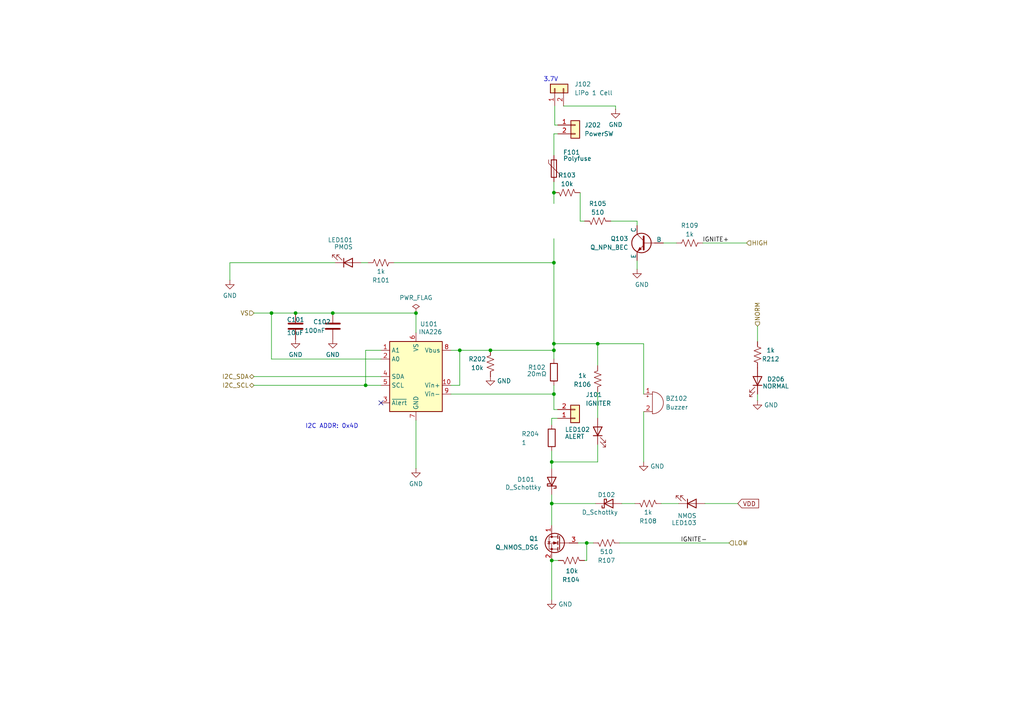
<source format=kicad_sch>
(kicad_sch
	(version 20250114)
	(generator "eeschema")
	(generator_version "9.0")
	(uuid "50809778-d831-469f-9d91-590686dcfaa3")
	(paper "A4")
	(lib_symbols
		(symbol "Connector_Generic:Conn_01x02"
			(pin_names
				(offset 1.016)
				(hide yes)
			)
			(exclude_from_sim no)
			(in_bom yes)
			(on_board yes)
			(property "Reference" "J"
				(at 0 2.54 0)
				(effects
					(font
						(size 1.27 1.27)
					)
				)
			)
			(property "Value" "Conn_01x02"
				(at 0 -5.08 0)
				(effects
					(font
						(size 1.27 1.27)
					)
				)
			)
			(property "Footprint" ""
				(at 0 0 0)
				(effects
					(font
						(size 1.27 1.27)
					)
					(hide yes)
				)
			)
			(property "Datasheet" "~"
				(at 0 0 0)
				(effects
					(font
						(size 1.27 1.27)
					)
					(hide yes)
				)
			)
			(property "Description" "Generic connector, single row, 01x02, script generated (kicad-library-utils/schlib/autogen/connector/)"
				(at 0 0 0)
				(effects
					(font
						(size 1.27 1.27)
					)
					(hide yes)
				)
			)
			(property "ki_keywords" "connector"
				(at 0 0 0)
				(effects
					(font
						(size 1.27 1.27)
					)
					(hide yes)
				)
			)
			(property "ki_fp_filters" "Connector*:*_1x??_*"
				(at 0 0 0)
				(effects
					(font
						(size 1.27 1.27)
					)
					(hide yes)
				)
			)
			(symbol "Conn_01x02_1_1"
				(rectangle
					(start -1.27 1.27)
					(end 1.27 -3.81)
					(stroke
						(width 0.254)
						(type default)
					)
					(fill
						(type background)
					)
				)
				(rectangle
					(start -1.27 0.127)
					(end 0 -0.127)
					(stroke
						(width 0.1524)
						(type default)
					)
					(fill
						(type none)
					)
				)
				(rectangle
					(start -1.27 -2.413)
					(end 0 -2.667)
					(stroke
						(width 0.1524)
						(type default)
					)
					(fill
						(type none)
					)
				)
				(pin passive line
					(at -5.08 0 0)
					(length 3.81)
					(name "Pin_1"
						(effects
							(font
								(size 1.27 1.27)
							)
						)
					)
					(number "1"
						(effects
							(font
								(size 1.27 1.27)
							)
						)
					)
				)
				(pin passive line
					(at -5.08 -2.54 0)
					(length 3.81)
					(name "Pin_2"
						(effects
							(font
								(size 1.27 1.27)
							)
						)
					)
					(number "2"
						(effects
							(font
								(size 1.27 1.27)
							)
						)
					)
				)
			)
			(embedded_fonts no)
		)
		(symbol "Device:Buzzer"
			(pin_names
				(offset 0.0254)
				(hide yes)
			)
			(exclude_from_sim no)
			(in_bom yes)
			(on_board yes)
			(property "Reference" "BZ"
				(at 3.81 1.27 0)
				(effects
					(font
						(size 1.27 1.27)
					)
					(justify left)
				)
			)
			(property "Value" "Buzzer"
				(at 3.81 -1.27 0)
				(effects
					(font
						(size 1.27 1.27)
					)
					(justify left)
				)
			)
			(property "Footprint" ""
				(at -0.635 2.54 90)
				(effects
					(font
						(size 1.27 1.27)
					)
					(hide yes)
				)
			)
			(property "Datasheet" "~"
				(at -0.635 2.54 90)
				(effects
					(font
						(size 1.27 1.27)
					)
					(hide yes)
				)
			)
			(property "Description" "Buzzer, polarized"
				(at 0 0 0)
				(effects
					(font
						(size 1.27 1.27)
					)
					(hide yes)
				)
			)
			(property "ki_keywords" "quartz resonator ceramic"
				(at 0 0 0)
				(effects
					(font
						(size 1.27 1.27)
					)
					(hide yes)
				)
			)
			(property "ki_fp_filters" "*Buzzer*"
				(at 0 0 0)
				(effects
					(font
						(size 1.27 1.27)
					)
					(hide yes)
				)
			)
			(symbol "Buzzer_0_1"
				(polyline
					(pts
						(xy -1.651 1.905) (xy -1.143 1.905)
					)
					(stroke
						(width 0)
						(type default)
					)
					(fill
						(type none)
					)
				)
				(polyline
					(pts
						(xy -1.397 2.159) (xy -1.397 1.651)
					)
					(stroke
						(width 0)
						(type default)
					)
					(fill
						(type none)
					)
				)
				(arc
					(start 0 3.175)
					(mid 3.1612 0)
					(end 0 -3.175)
					(stroke
						(width 0)
						(type default)
					)
					(fill
						(type none)
					)
				)
				(polyline
					(pts
						(xy 0 3.175) (xy 0 -3.175)
					)
					(stroke
						(width 0)
						(type default)
					)
					(fill
						(type none)
					)
				)
			)
			(symbol "Buzzer_1_1"
				(pin passive line
					(at -2.54 2.54 0)
					(length 2.54)
					(name "+"
						(effects
							(font
								(size 1.27 1.27)
							)
						)
					)
					(number "1"
						(effects
							(font
								(size 1.27 1.27)
							)
						)
					)
				)
				(pin passive line
					(at -2.54 -2.54 0)
					(length 2.54)
					(name "-"
						(effects
							(font
								(size 1.27 1.27)
							)
						)
					)
					(number "2"
						(effects
							(font
								(size 1.27 1.27)
							)
						)
					)
				)
			)
			(embedded_fonts no)
		)
		(symbol "Device:C"
			(pin_numbers
				(hide yes)
			)
			(pin_names
				(offset 0.254)
			)
			(exclude_from_sim no)
			(in_bom yes)
			(on_board yes)
			(property "Reference" "C"
				(at 0.635 2.54 0)
				(effects
					(font
						(size 1.27 1.27)
					)
					(justify left)
				)
			)
			(property "Value" "C"
				(at 0.635 -2.54 0)
				(effects
					(font
						(size 1.27 1.27)
					)
					(justify left)
				)
			)
			(property "Footprint" ""
				(at 0.9652 -3.81 0)
				(effects
					(font
						(size 1.27 1.27)
					)
					(hide yes)
				)
			)
			(property "Datasheet" "~"
				(at 0 0 0)
				(effects
					(font
						(size 1.27 1.27)
					)
					(hide yes)
				)
			)
			(property "Description" "Unpolarized capacitor"
				(at 0 0 0)
				(effects
					(font
						(size 1.27 1.27)
					)
					(hide yes)
				)
			)
			(property "ki_keywords" "cap capacitor"
				(at 0 0 0)
				(effects
					(font
						(size 1.27 1.27)
					)
					(hide yes)
				)
			)
			(property "ki_fp_filters" "C_*"
				(at 0 0 0)
				(effects
					(font
						(size 1.27 1.27)
					)
					(hide yes)
				)
			)
			(symbol "C_0_1"
				(polyline
					(pts
						(xy -2.032 0.762) (xy 2.032 0.762)
					)
					(stroke
						(width 0.508)
						(type default)
					)
					(fill
						(type none)
					)
				)
				(polyline
					(pts
						(xy -2.032 -0.762) (xy 2.032 -0.762)
					)
					(stroke
						(width 0.508)
						(type default)
					)
					(fill
						(type none)
					)
				)
			)
			(symbol "C_1_1"
				(pin passive line
					(at 0 3.81 270)
					(length 2.794)
					(name "~"
						(effects
							(font
								(size 1.27 1.27)
							)
						)
					)
					(number "1"
						(effects
							(font
								(size 1.27 1.27)
							)
						)
					)
				)
				(pin passive line
					(at 0 -3.81 90)
					(length 2.794)
					(name "~"
						(effects
							(font
								(size 1.27 1.27)
							)
						)
					)
					(number "2"
						(effects
							(font
								(size 1.27 1.27)
							)
						)
					)
				)
			)
			(embedded_fonts no)
		)
		(symbol "Device:D_Schottky"
			(pin_numbers
				(hide yes)
			)
			(pin_names
				(offset 1.016)
				(hide yes)
			)
			(exclude_from_sim no)
			(in_bom yes)
			(on_board yes)
			(property "Reference" "D"
				(at 0 2.54 0)
				(effects
					(font
						(size 1.27 1.27)
					)
				)
			)
			(property "Value" "D_Schottky"
				(at 0 -2.54 0)
				(effects
					(font
						(size 1.27 1.27)
					)
				)
			)
			(property "Footprint" ""
				(at 0 0 0)
				(effects
					(font
						(size 1.27 1.27)
					)
					(hide yes)
				)
			)
			(property "Datasheet" "~"
				(at 0 0 0)
				(effects
					(font
						(size 1.27 1.27)
					)
					(hide yes)
				)
			)
			(property "Description" "Schottky diode"
				(at 0 0 0)
				(effects
					(font
						(size 1.27 1.27)
					)
					(hide yes)
				)
			)
			(property "ki_keywords" "diode Schottky"
				(at 0 0 0)
				(effects
					(font
						(size 1.27 1.27)
					)
					(hide yes)
				)
			)
			(property "ki_fp_filters" "TO-???* *_Diode_* *SingleDiode* D_*"
				(at 0 0 0)
				(effects
					(font
						(size 1.27 1.27)
					)
					(hide yes)
				)
			)
			(symbol "D_Schottky_0_1"
				(polyline
					(pts
						(xy -1.905 0.635) (xy -1.905 1.27) (xy -1.27 1.27) (xy -1.27 -1.27) (xy -0.635 -1.27) (xy -0.635 -0.635)
					)
					(stroke
						(width 0.254)
						(type default)
					)
					(fill
						(type none)
					)
				)
				(polyline
					(pts
						(xy 1.27 1.27) (xy 1.27 -1.27) (xy -1.27 0) (xy 1.27 1.27)
					)
					(stroke
						(width 0.254)
						(type default)
					)
					(fill
						(type none)
					)
				)
				(polyline
					(pts
						(xy 1.27 0) (xy -1.27 0)
					)
					(stroke
						(width 0)
						(type default)
					)
					(fill
						(type none)
					)
				)
			)
			(symbol "D_Schottky_1_1"
				(pin passive line
					(at -3.81 0 0)
					(length 2.54)
					(name "K"
						(effects
							(font
								(size 1.27 1.27)
							)
						)
					)
					(number "1"
						(effects
							(font
								(size 1.27 1.27)
							)
						)
					)
				)
				(pin passive line
					(at 3.81 0 180)
					(length 2.54)
					(name "A"
						(effects
							(font
								(size 1.27 1.27)
							)
						)
					)
					(number "2"
						(effects
							(font
								(size 1.27 1.27)
							)
						)
					)
				)
			)
			(embedded_fonts no)
		)
		(symbol "Device:LED"
			(pin_numbers
				(hide yes)
			)
			(pin_names
				(offset 1.016)
				(hide yes)
			)
			(exclude_from_sim no)
			(in_bom yes)
			(on_board yes)
			(property "Reference" "D"
				(at 0 2.54 0)
				(effects
					(font
						(size 1.27 1.27)
					)
				)
			)
			(property "Value" "LED"
				(at 0 -2.54 0)
				(effects
					(font
						(size 1.27 1.27)
					)
				)
			)
			(property "Footprint" ""
				(at 0 0 0)
				(effects
					(font
						(size 1.27 1.27)
					)
					(hide yes)
				)
			)
			(property "Datasheet" "~"
				(at 0 0 0)
				(effects
					(font
						(size 1.27 1.27)
					)
					(hide yes)
				)
			)
			(property "Description" "Light emitting diode"
				(at 0 0 0)
				(effects
					(font
						(size 1.27 1.27)
					)
					(hide yes)
				)
			)
			(property "ki_keywords" "LED diode"
				(at 0 0 0)
				(effects
					(font
						(size 1.27 1.27)
					)
					(hide yes)
				)
			)
			(property "ki_fp_filters" "LED* LED_SMD:* LED_THT:*"
				(at 0 0 0)
				(effects
					(font
						(size 1.27 1.27)
					)
					(hide yes)
				)
			)
			(symbol "LED_0_1"
				(polyline
					(pts
						(xy -3.048 -0.762) (xy -4.572 -2.286) (xy -3.81 -2.286) (xy -4.572 -2.286) (xy -4.572 -1.524)
					)
					(stroke
						(width 0)
						(type default)
					)
					(fill
						(type none)
					)
				)
				(polyline
					(pts
						(xy -1.778 -0.762) (xy -3.302 -2.286) (xy -2.54 -2.286) (xy -3.302 -2.286) (xy -3.302 -1.524)
					)
					(stroke
						(width 0)
						(type default)
					)
					(fill
						(type none)
					)
				)
				(polyline
					(pts
						(xy -1.27 0) (xy 1.27 0)
					)
					(stroke
						(width 0)
						(type default)
					)
					(fill
						(type none)
					)
				)
				(polyline
					(pts
						(xy -1.27 -1.27) (xy -1.27 1.27)
					)
					(stroke
						(width 0.254)
						(type default)
					)
					(fill
						(type none)
					)
				)
				(polyline
					(pts
						(xy 1.27 -1.27) (xy 1.27 1.27) (xy -1.27 0) (xy 1.27 -1.27)
					)
					(stroke
						(width 0.254)
						(type default)
					)
					(fill
						(type none)
					)
				)
			)
			(symbol "LED_1_1"
				(pin passive line
					(at -3.81 0 0)
					(length 2.54)
					(name "K"
						(effects
							(font
								(size 1.27 1.27)
							)
						)
					)
					(number "1"
						(effects
							(font
								(size 1.27 1.27)
							)
						)
					)
				)
				(pin passive line
					(at 3.81 0 180)
					(length 2.54)
					(name "A"
						(effects
							(font
								(size 1.27 1.27)
							)
						)
					)
					(number "2"
						(effects
							(font
								(size 1.27 1.27)
							)
						)
					)
				)
			)
			(embedded_fonts no)
		)
		(symbol "Device:Polyfuse"
			(pin_numbers
				(hide yes)
			)
			(pin_names
				(offset 0)
			)
			(exclude_from_sim no)
			(in_bom yes)
			(on_board yes)
			(property "Reference" "F"
				(at -2.54 0 90)
				(effects
					(font
						(size 1.27 1.27)
					)
				)
			)
			(property "Value" "Polyfuse"
				(at 2.54 0 90)
				(effects
					(font
						(size 1.27 1.27)
					)
				)
			)
			(property "Footprint" ""
				(at 1.27 -5.08 0)
				(effects
					(font
						(size 1.27 1.27)
					)
					(justify left)
					(hide yes)
				)
			)
			(property "Datasheet" "~"
				(at 0 0 0)
				(effects
					(font
						(size 1.27 1.27)
					)
					(hide yes)
				)
			)
			(property "Description" "Resettable fuse, polymeric positive temperature coefficient"
				(at 0 0 0)
				(effects
					(font
						(size 1.27 1.27)
					)
					(hide yes)
				)
			)
			(property "ki_keywords" "resettable fuse PTC PPTC polyfuse polyswitch"
				(at 0 0 0)
				(effects
					(font
						(size 1.27 1.27)
					)
					(hide yes)
				)
			)
			(property "ki_fp_filters" "*polyfuse* *PTC*"
				(at 0 0 0)
				(effects
					(font
						(size 1.27 1.27)
					)
					(hide yes)
				)
			)
			(symbol "Polyfuse_0_1"
				(polyline
					(pts
						(xy -1.524 2.54) (xy -1.524 1.524) (xy 1.524 -1.524) (xy 1.524 -2.54)
					)
					(stroke
						(width 0)
						(type default)
					)
					(fill
						(type none)
					)
				)
				(rectangle
					(start -0.762 2.54)
					(end 0.762 -2.54)
					(stroke
						(width 0.254)
						(type default)
					)
					(fill
						(type none)
					)
				)
				(polyline
					(pts
						(xy 0 2.54) (xy 0 -2.54)
					)
					(stroke
						(width 0)
						(type default)
					)
					(fill
						(type none)
					)
				)
			)
			(symbol "Polyfuse_1_1"
				(pin passive line
					(at 0 3.81 270)
					(length 1.27)
					(name "~"
						(effects
							(font
								(size 1.27 1.27)
							)
						)
					)
					(number "1"
						(effects
							(font
								(size 1.27 1.27)
							)
						)
					)
				)
				(pin passive line
					(at 0 -3.81 90)
					(length 1.27)
					(name "~"
						(effects
							(font
								(size 1.27 1.27)
							)
						)
					)
					(number "2"
						(effects
							(font
								(size 1.27 1.27)
							)
						)
					)
				)
			)
			(embedded_fonts no)
		)
		(symbol "Device:R"
			(pin_numbers
				(hide yes)
			)
			(pin_names
				(offset 0)
			)
			(exclude_from_sim no)
			(in_bom yes)
			(on_board yes)
			(property "Reference" "R"
				(at 2.032 0 90)
				(effects
					(font
						(size 1.27 1.27)
					)
				)
			)
			(property "Value" "R"
				(at 0 0 90)
				(effects
					(font
						(size 1.27 1.27)
					)
				)
			)
			(property "Footprint" ""
				(at -1.778 0 90)
				(effects
					(font
						(size 1.27 1.27)
					)
					(hide yes)
				)
			)
			(property "Datasheet" "~"
				(at 0 0 0)
				(effects
					(font
						(size 1.27 1.27)
					)
					(hide yes)
				)
			)
			(property "Description" "Resistor"
				(at 0 0 0)
				(effects
					(font
						(size 1.27 1.27)
					)
					(hide yes)
				)
			)
			(property "ki_keywords" "R res resistor"
				(at 0 0 0)
				(effects
					(font
						(size 1.27 1.27)
					)
					(hide yes)
				)
			)
			(property "ki_fp_filters" "R_*"
				(at 0 0 0)
				(effects
					(font
						(size 1.27 1.27)
					)
					(hide yes)
				)
			)
			(symbol "R_0_1"
				(rectangle
					(start -1.016 -2.54)
					(end 1.016 2.54)
					(stroke
						(width 0.254)
						(type default)
					)
					(fill
						(type none)
					)
				)
			)
			(symbol "R_1_1"
				(pin passive line
					(at 0 3.81 270)
					(length 1.27)
					(name "~"
						(effects
							(font
								(size 1.27 1.27)
							)
						)
					)
					(number "1"
						(effects
							(font
								(size 1.27 1.27)
							)
						)
					)
				)
				(pin passive line
					(at 0 -3.81 90)
					(length 1.27)
					(name "~"
						(effects
							(font
								(size 1.27 1.27)
							)
						)
					)
					(number "2"
						(effects
							(font
								(size 1.27 1.27)
							)
						)
					)
				)
			)
			(embedded_fonts no)
		)
		(symbol "Device:R_US"
			(pin_numbers
				(hide yes)
			)
			(pin_names
				(offset 0)
			)
			(exclude_from_sim no)
			(in_bom yes)
			(on_board yes)
			(property "Reference" "R"
				(at 2.54 0 90)
				(effects
					(font
						(size 1.27 1.27)
					)
				)
			)
			(property "Value" "R_US"
				(at -2.54 0 90)
				(effects
					(font
						(size 1.27 1.27)
					)
				)
			)
			(property "Footprint" ""
				(at 1.016 -0.254 90)
				(effects
					(font
						(size 1.27 1.27)
					)
					(hide yes)
				)
			)
			(property "Datasheet" "~"
				(at 0 0 0)
				(effects
					(font
						(size 1.27 1.27)
					)
					(hide yes)
				)
			)
			(property "Description" "Resistor, US symbol"
				(at 0 0 0)
				(effects
					(font
						(size 1.27 1.27)
					)
					(hide yes)
				)
			)
			(property "ki_keywords" "R res resistor"
				(at 0 0 0)
				(effects
					(font
						(size 1.27 1.27)
					)
					(hide yes)
				)
			)
			(property "ki_fp_filters" "R_*"
				(at 0 0 0)
				(effects
					(font
						(size 1.27 1.27)
					)
					(hide yes)
				)
			)
			(symbol "R_US_0_1"
				(polyline
					(pts
						(xy 0 2.286) (xy 0 2.54)
					)
					(stroke
						(width 0)
						(type default)
					)
					(fill
						(type none)
					)
				)
				(polyline
					(pts
						(xy 0 2.286) (xy 1.016 1.905) (xy 0 1.524) (xy -1.016 1.143) (xy 0 0.762)
					)
					(stroke
						(width 0)
						(type default)
					)
					(fill
						(type none)
					)
				)
				(polyline
					(pts
						(xy 0 0.762) (xy 1.016 0.381) (xy 0 0) (xy -1.016 -0.381) (xy 0 -0.762)
					)
					(stroke
						(width 0)
						(type default)
					)
					(fill
						(type none)
					)
				)
				(polyline
					(pts
						(xy 0 -0.762) (xy 1.016 -1.143) (xy 0 -1.524) (xy -1.016 -1.905) (xy 0 -2.286)
					)
					(stroke
						(width 0)
						(type default)
					)
					(fill
						(type none)
					)
				)
				(polyline
					(pts
						(xy 0 -2.286) (xy 0 -2.54)
					)
					(stroke
						(width 0)
						(type default)
					)
					(fill
						(type none)
					)
				)
			)
			(symbol "R_US_1_1"
				(pin passive line
					(at 0 3.81 270)
					(length 1.27)
					(name "~"
						(effects
							(font
								(size 1.27 1.27)
							)
						)
					)
					(number "1"
						(effects
							(font
								(size 1.27 1.27)
							)
						)
					)
				)
				(pin passive line
					(at 0 -3.81 90)
					(length 1.27)
					(name "~"
						(effects
							(font
								(size 1.27 1.27)
							)
						)
					)
					(number "2"
						(effects
							(font
								(size 1.27 1.27)
							)
						)
					)
				)
			)
			(embedded_fonts no)
		)
		(symbol "Sensor_Energy:INA226"
			(exclude_from_sim no)
			(in_bom yes)
			(on_board yes)
			(property "Reference" "U"
				(at -6.35 11.43 0)
				(effects
					(font
						(size 1.27 1.27)
					)
				)
			)
			(property "Value" "INA226"
				(at 3.81 11.43 0)
				(effects
					(font
						(size 1.27 1.27)
					)
				)
			)
			(property "Footprint" "Package_SO:VSSOP-10_3x3mm_P0.5mm"
				(at 20.32 -11.43 0)
				(effects
					(font
						(size 1.27 1.27)
					)
					(hide yes)
				)
			)
			(property "Datasheet" "http://www.ti.com/lit/ds/symlink/ina226.pdf"
				(at 8.89 -2.54 0)
				(effects
					(font
						(size 1.27 1.27)
					)
					(hide yes)
				)
			)
			(property "Description" "High-Side or Low-Side Measurement, Bi-Directional Current and Power Monitor (0-36V) with I2C Compatible Interface, VSSOP-10"
				(at 0 0 0)
				(effects
					(font
						(size 1.27 1.27)
					)
					(hide yes)
				)
			)
			(property "ki_keywords" "ADC I2C 16-Bit Oversampling Current Shunt"
				(at 0 0 0)
				(effects
					(font
						(size 1.27 1.27)
					)
					(hide yes)
				)
			)
			(property "ki_fp_filters" "VSSOP*3x3mm*P0.5mm*"
				(at 0 0 0)
				(effects
					(font
						(size 1.27 1.27)
					)
					(hide yes)
				)
			)
			(symbol "INA226_0_1"
				(rectangle
					(start 7.62 10.16)
					(end -7.62 -10.16)
					(stroke
						(width 0.254)
						(type default)
					)
					(fill
						(type background)
					)
				)
			)
			(symbol "INA226_1_1"
				(pin input line
					(at -10.16 7.62 0)
					(length 2.54)
					(name "Vbus"
						(effects
							(font
								(size 1.27 1.27)
							)
						)
					)
					(number "8"
						(effects
							(font
								(size 1.27 1.27)
							)
						)
					)
				)
				(pin input line
					(at -10.16 -2.54 0)
					(length 2.54)
					(name "Vin+"
						(effects
							(font
								(size 1.27 1.27)
							)
						)
					)
					(number "10"
						(effects
							(font
								(size 1.27 1.27)
							)
						)
					)
				)
				(pin input line
					(at -10.16 -5.08 0)
					(length 2.54)
					(name "Vin-"
						(effects
							(font
								(size 1.27 1.27)
							)
						)
					)
					(number "9"
						(effects
							(font
								(size 1.27 1.27)
							)
						)
					)
				)
				(pin power_in line
					(at 0 12.7 270)
					(length 2.54)
					(name "VS"
						(effects
							(font
								(size 1.27 1.27)
							)
						)
					)
					(number "6"
						(effects
							(font
								(size 1.27 1.27)
							)
						)
					)
				)
				(pin power_in line
					(at 0 -12.7 90)
					(length 2.54)
					(name "GND"
						(effects
							(font
								(size 1.27 1.27)
							)
						)
					)
					(number "7"
						(effects
							(font
								(size 1.27 1.27)
							)
						)
					)
				)
				(pin input line
					(at 10.16 7.62 180)
					(length 2.54)
					(name "A1"
						(effects
							(font
								(size 1.27 1.27)
							)
						)
					)
					(number "1"
						(effects
							(font
								(size 1.27 1.27)
							)
						)
					)
				)
				(pin input line
					(at 10.16 5.08 180)
					(length 2.54)
					(name "A0"
						(effects
							(font
								(size 1.27 1.27)
							)
						)
					)
					(number "2"
						(effects
							(font
								(size 1.27 1.27)
							)
						)
					)
				)
				(pin bidirectional line
					(at 10.16 0 180)
					(length 2.54)
					(name "SDA"
						(effects
							(font
								(size 1.27 1.27)
							)
						)
					)
					(number "4"
						(effects
							(font
								(size 1.27 1.27)
							)
						)
					)
				)
				(pin input line
					(at 10.16 -2.54 180)
					(length 2.54)
					(name "SCL"
						(effects
							(font
								(size 1.27 1.27)
							)
						)
					)
					(number "5"
						(effects
							(font
								(size 1.27 1.27)
							)
						)
					)
				)
				(pin open_collector line
					(at 10.16 -7.62 180)
					(length 2.54)
					(name "~{Alert}"
						(effects
							(font
								(size 1.27 1.27)
							)
						)
					)
					(number "3"
						(effects
							(font
								(size 1.27 1.27)
							)
						)
					)
				)
			)
			(embedded_fonts no)
		)
		(symbol "Simulation_SPICE:NPN"
			(pin_numbers
				(hide yes)
			)
			(pin_names
				(offset 0)
			)
			(exclude_from_sim no)
			(in_bom yes)
			(on_board yes)
			(property "Reference" "Q"
				(at -2.54 7.62 0)
				(effects
					(font
						(size 1.27 1.27)
					)
				)
			)
			(property "Value" "NPN"
				(at -2.54 5.08 0)
				(effects
					(font
						(size 1.27 1.27)
					)
				)
			)
			(property "Footprint" ""
				(at 63.5 0 0)
				(effects
					(font
						(size 1.27 1.27)
					)
					(hide yes)
				)
			)
			(property "Datasheet" "~"
				(at 63.5 0 0)
				(effects
					(font
						(size 1.27 1.27)
					)
					(hide yes)
				)
			)
			(property "Description" "Bipolar transistor symbol for simulation only, substrate tied to the emitter"
				(at 0 0 0)
				(effects
					(font
						(size 1.27 1.27)
					)
					(hide yes)
				)
			)
			(property "Sim.Device" "NPN"
				(at 0 0 0)
				(effects
					(font
						(size 1.27 1.27)
					)
					(hide yes)
				)
			)
			(property "Sim.Type" "GUMMELPOON"
				(at 0 0 0)
				(effects
					(font
						(size 1.27 1.27)
					)
					(hide yes)
				)
			)
			(property "Sim.Pins" "1=C 2=B 3=E"
				(at 0 0 0)
				(effects
					(font
						(size 1.27 1.27)
					)
					(hide yes)
				)
			)
			(property "ki_keywords" "simulation"
				(at 0 0 0)
				(effects
					(font
						(size 1.27 1.27)
					)
					(hide yes)
				)
			)
			(symbol "NPN_0_1"
				(polyline
					(pts
						(xy -2.54 0) (xy 0.635 0)
					)
					(stroke
						(width 0.1524)
						(type default)
					)
					(fill
						(type none)
					)
				)
				(polyline
					(pts
						(xy 0.635 1.905) (xy 0.635 -1.905) (xy 0.635 -1.905)
					)
					(stroke
						(width 0.508)
						(type default)
					)
					(fill
						(type none)
					)
				)
				(polyline
					(pts
						(xy 0.635 0.635) (xy 2.54 2.54)
					)
					(stroke
						(width 0)
						(type default)
					)
					(fill
						(type none)
					)
				)
				(polyline
					(pts
						(xy 0.635 -0.635) (xy 2.54 -2.54) (xy 2.54 -2.54)
					)
					(stroke
						(width 0)
						(type default)
					)
					(fill
						(type none)
					)
				)
				(circle
					(center 1.27 0)
					(radius 2.8194)
					(stroke
						(width 0.254)
						(type default)
					)
					(fill
						(type none)
					)
				)
				(polyline
					(pts
						(xy 1.27 -1.778) (xy 1.778 -1.27) (xy 2.286 -2.286) (xy 1.27 -1.778) (xy 1.27 -1.778)
					)
					(stroke
						(width 0)
						(type default)
					)
					(fill
						(type outline)
					)
				)
				(polyline
					(pts
						(xy 2.794 -1.27) (xy 2.794 -1.27)
					)
					(stroke
						(width 0.1524)
						(type default)
					)
					(fill
						(type none)
					)
				)
				(polyline
					(pts
						(xy 2.794 -1.27) (xy 2.794 -1.27)
					)
					(stroke
						(width 0.1524)
						(type default)
					)
					(fill
						(type none)
					)
				)
			)
			(symbol "NPN_1_1"
				(pin input line
					(at -5.08 0 0)
					(length 2.54)
					(name "B"
						(effects
							(font
								(size 1.27 1.27)
							)
						)
					)
					(number "2"
						(effects
							(font
								(size 1.27 1.27)
							)
						)
					)
				)
				(pin open_collector line
					(at 2.54 5.08 270)
					(length 2.54)
					(name "C"
						(effects
							(font
								(size 1.27 1.27)
							)
						)
					)
					(number "1"
						(effects
							(font
								(size 1.27 1.27)
							)
						)
					)
				)
				(pin open_emitter line
					(at 2.54 -5.08 90)
					(length 2.54)
					(name "E"
						(effects
							(font
								(size 1.27 1.27)
							)
						)
					)
					(number "3"
						(effects
							(font
								(size 1.27 1.27)
							)
						)
					)
				)
			)
			(embedded_fonts no)
		)
		(symbol "Transistor_FET:Q_NMOS_DSG"
			(pin_names
				(offset 0)
				(hide yes)
			)
			(exclude_from_sim no)
			(in_bom yes)
			(on_board yes)
			(property "Reference" "Q"
				(at 5.08 1.905 0)
				(effects
					(font
						(size 1.27 1.27)
					)
					(justify left)
				)
			)
			(property "Value" "Q_NMOS_DSG"
				(at 5.08 0 0)
				(effects
					(font
						(size 1.27 1.27)
					)
					(justify left)
				)
			)
			(property "Footprint" ""
				(at 5.08 2.54 0)
				(effects
					(font
						(size 1.27 1.27)
					)
					(hide yes)
				)
			)
			(property "Datasheet" "~"
				(at 0 0 0)
				(effects
					(font
						(size 1.27 1.27)
					)
					(hide yes)
				)
			)
			(property "Description" "N-MOSFET transistor, drain/source/gate"
				(at 0 0 0)
				(effects
					(font
						(size 1.27 1.27)
					)
					(hide yes)
				)
			)
			(property "ki_keywords" "transistor NMOS N-MOS N-MOSFET"
				(at 0 0 0)
				(effects
					(font
						(size 1.27 1.27)
					)
					(hide yes)
				)
			)
			(symbol "Q_NMOS_DSG_0_1"
				(polyline
					(pts
						(xy 0.254 1.905) (xy 0.254 -1.905)
					)
					(stroke
						(width 0.254)
						(type default)
					)
					(fill
						(type none)
					)
				)
				(polyline
					(pts
						(xy 0.254 0) (xy -2.54 0)
					)
					(stroke
						(width 0)
						(type default)
					)
					(fill
						(type none)
					)
				)
				(polyline
					(pts
						(xy 0.762 2.286) (xy 0.762 1.27)
					)
					(stroke
						(width 0.254)
						(type default)
					)
					(fill
						(type none)
					)
				)
				(polyline
					(pts
						(xy 0.762 0.508) (xy 0.762 -0.508)
					)
					(stroke
						(width 0.254)
						(type default)
					)
					(fill
						(type none)
					)
				)
				(polyline
					(pts
						(xy 0.762 -1.27) (xy 0.762 -2.286)
					)
					(stroke
						(width 0.254)
						(type default)
					)
					(fill
						(type none)
					)
				)
				(polyline
					(pts
						(xy 0.762 -1.778) (xy 3.302 -1.778) (xy 3.302 1.778) (xy 0.762 1.778)
					)
					(stroke
						(width 0)
						(type default)
					)
					(fill
						(type none)
					)
				)
				(polyline
					(pts
						(xy 1.016 0) (xy 2.032 0.381) (xy 2.032 -0.381) (xy 1.016 0)
					)
					(stroke
						(width 0)
						(type default)
					)
					(fill
						(type outline)
					)
				)
				(circle
					(center 1.651 0)
					(radius 2.794)
					(stroke
						(width 0.254)
						(type default)
					)
					(fill
						(type none)
					)
				)
				(polyline
					(pts
						(xy 2.54 2.54) (xy 2.54 1.778)
					)
					(stroke
						(width 0)
						(type default)
					)
					(fill
						(type none)
					)
				)
				(circle
					(center 2.54 1.778)
					(radius 0.254)
					(stroke
						(width 0)
						(type default)
					)
					(fill
						(type outline)
					)
				)
				(circle
					(center 2.54 -1.778)
					(radius 0.254)
					(stroke
						(width 0)
						(type default)
					)
					(fill
						(type outline)
					)
				)
				(polyline
					(pts
						(xy 2.54 -2.54) (xy 2.54 0) (xy 0.762 0)
					)
					(stroke
						(width 0)
						(type default)
					)
					(fill
						(type none)
					)
				)
				(polyline
					(pts
						(xy 2.921 0.381) (xy 3.683 0.381)
					)
					(stroke
						(width 0)
						(type default)
					)
					(fill
						(type none)
					)
				)
				(polyline
					(pts
						(xy 3.302 0.381) (xy 2.921 -0.254) (xy 3.683 -0.254) (xy 3.302 0.381)
					)
					(stroke
						(width 0)
						(type default)
					)
					(fill
						(type none)
					)
				)
			)
			(symbol "Q_NMOS_DSG_1_1"
				(pin input line
					(at -5.08 0 0)
					(length 2.54)
					(name "G"
						(effects
							(font
								(size 1.27 1.27)
							)
						)
					)
					(number "3"
						(effects
							(font
								(size 1.27 1.27)
							)
						)
					)
				)
				(pin passive line
					(at 2.54 5.08 270)
					(length 2.54)
					(name "D"
						(effects
							(font
								(size 1.27 1.27)
							)
						)
					)
					(number "1"
						(effects
							(font
								(size 1.27 1.27)
							)
						)
					)
				)
				(pin passive line
					(at 2.54 -5.08 90)
					(length 2.54)
					(name "S"
						(effects
							(font
								(size 1.27 1.27)
							)
						)
					)
					(number "2"
						(effects
							(font
								(size 1.27 1.27)
							)
						)
					)
				)
			)
			(embedded_fonts no)
		)
		(symbol "power:GND"
			(power)
			(pin_numbers
				(hide yes)
			)
			(pin_names
				(offset 0)
				(hide yes)
			)
			(exclude_from_sim no)
			(in_bom yes)
			(on_board yes)
			(property "Reference" "#PWR"
				(at 0 -6.35 0)
				(effects
					(font
						(size 1.27 1.27)
					)
					(hide yes)
				)
			)
			(property "Value" "GND"
				(at 0 -3.81 0)
				(effects
					(font
						(size 1.27 1.27)
					)
				)
			)
			(property "Footprint" ""
				(at 0 0 0)
				(effects
					(font
						(size 1.27 1.27)
					)
					(hide yes)
				)
			)
			(property "Datasheet" ""
				(at 0 0 0)
				(effects
					(font
						(size 1.27 1.27)
					)
					(hide yes)
				)
			)
			(property "Description" "Power symbol creates a global label with name \"GND\" , ground"
				(at 0 0 0)
				(effects
					(font
						(size 1.27 1.27)
					)
					(hide yes)
				)
			)
			(property "ki_keywords" "global power"
				(at 0 0 0)
				(effects
					(font
						(size 1.27 1.27)
					)
					(hide yes)
				)
			)
			(symbol "GND_0_1"
				(polyline
					(pts
						(xy 0 0) (xy 0 -1.27) (xy 1.27 -1.27) (xy 0 -2.54) (xy -1.27 -1.27) (xy 0 -1.27)
					)
					(stroke
						(width 0)
						(type default)
					)
					(fill
						(type none)
					)
				)
			)
			(symbol "GND_1_1"
				(pin power_in line
					(at 0 0 270)
					(length 0)
					(name "~"
						(effects
							(font
								(size 1.27 1.27)
							)
						)
					)
					(number "1"
						(effects
							(font
								(size 1.27 1.27)
							)
						)
					)
				)
			)
			(embedded_fonts no)
		)
		(symbol "power:PWR_FLAG"
			(power)
			(pin_numbers
				(hide yes)
			)
			(pin_names
				(offset 0)
				(hide yes)
			)
			(exclude_from_sim no)
			(in_bom yes)
			(on_board yes)
			(property "Reference" "#FLG"
				(at 0 1.905 0)
				(effects
					(font
						(size 1.27 1.27)
					)
					(hide yes)
				)
			)
			(property "Value" "PWR_FLAG"
				(at 0 3.81 0)
				(effects
					(font
						(size 1.27 1.27)
					)
				)
			)
			(property "Footprint" ""
				(at 0 0 0)
				(effects
					(font
						(size 1.27 1.27)
					)
					(hide yes)
				)
			)
			(property "Datasheet" "~"
				(at 0 0 0)
				(effects
					(font
						(size 1.27 1.27)
					)
					(hide yes)
				)
			)
			(property "Description" "Special symbol for telling ERC where power comes from"
				(at 0 0 0)
				(effects
					(font
						(size 1.27 1.27)
					)
					(hide yes)
				)
			)
			(property "ki_keywords" "flag power"
				(at 0 0 0)
				(effects
					(font
						(size 1.27 1.27)
					)
					(hide yes)
				)
			)
			(symbol "PWR_FLAG_0_0"
				(pin power_out line
					(at 0 0 90)
					(length 0)
					(name "~"
						(effects
							(font
								(size 1.27 1.27)
							)
						)
					)
					(number "1"
						(effects
							(font
								(size 1.27 1.27)
							)
						)
					)
				)
			)
			(symbol "PWR_FLAG_0_1"
				(polyline
					(pts
						(xy 0 0) (xy 0 1.27) (xy -1.016 1.905) (xy 0 2.54) (xy 1.016 1.905) (xy 0 1.27)
					)
					(stroke
						(width 0)
						(type default)
					)
					(fill
						(type none)
					)
				)
			)
			(embedded_fonts no)
		)
	)
	(text "3.7V"
		(exclude_from_sim no)
		(at 159.766 23.114 0)
		(effects
			(font
				(size 1.27 1.27)
			)
		)
		(uuid "2d6eebbb-053e-4ec9-923f-52506a7e7b78")
	)
	(text "I2C ADDR: 0x4D"
		(exclude_from_sim no)
		(at 96.266 123.698 0)
		(effects
			(font
				(size 1.27 1.27)
			)
		)
		(uuid "b6462f0e-9b75-42cb-ab9a-6451465f8291")
	)
	(junction
		(at 160.02 133.985)
		(diameter 0)
		(color 0 0 0 0)
		(uuid "09c64e5d-082c-4abf-84a2-507597998f29")
	)
	(junction
		(at 160.655 114.3)
		(diameter 0)
		(color 0 0 0 0)
		(uuid "293bd357-e2c5-4495-996e-b1c4712d7b19")
	)
	(junction
		(at 160.655 76.2)
		(diameter 0)
		(color 0 0 0 0)
		(uuid "2e3ba358-0a7e-43d9-af42-582eed7ed412")
	)
	(junction
		(at 120.65 90.805)
		(diameter 0)
		(color 0 0 0 0)
		(uuid "605e92c5-1874-4ab9-ae6b-291d46044fb9")
	)
	(junction
		(at 173.355 99.695)
		(diameter 0)
		(color 0 0 0 0)
		(uuid "65135d06-d1a7-4069-acb5-bb64a4dbe05d")
	)
	(junction
		(at 160.655 55.88)
		(diameter 0)
		(color 0 0 0 0)
		(uuid "7d477eb4-8976-42d0-8a2a-84004440eecb")
	)
	(junction
		(at 133.35 101.6)
		(diameter 0)
		(color 0 0 0 0)
		(uuid "8c7b66b8-7cfa-4e47-851f-bffb20ad5226")
	)
	(junction
		(at 160.655 101.6)
		(diameter 0)
		(color 0 0 0 0)
		(uuid "8eb5e0fa-a8b7-4727-b598-45c483c890fd")
	)
	(junction
		(at 142.24 101.6)
		(diameter 0)
		(color 0 0 0 0)
		(uuid "ad08c9ad-b1cc-42e4-9552-94f52732668f")
	)
	(junction
		(at 78.74 90.805)
		(diameter 0)
		(color 0 0 0 0)
		(uuid "ae662890-a526-4f2f-905e-4bd8ab29a913")
	)
	(junction
		(at 96.52 90.805)
		(diameter 0)
		(color 0 0 0 0)
		(uuid "b389e977-5b4a-46d9-a2e4-7407d565a827")
	)
	(junction
		(at 85.725 90.805)
		(diameter 0)
		(color 0 0 0 0)
		(uuid "c066cfed-c1ab-4d74-b6e4-711cc9578ca2")
	)
	(junction
		(at 160.02 146.05)
		(diameter 0)
		(color 0 0 0 0)
		(uuid "c3dc3f21-6981-4924-a36f-9675312bf046")
	)
	(junction
		(at 160.655 99.695)
		(diameter 0)
		(color 0 0 0 0)
		(uuid "c7d43eb8-d37c-46f8-8b41-8b8dd285b47b")
	)
	(junction
		(at 106.045 111.76)
		(diameter 0)
		(color 0 0 0 0)
		(uuid "d32bc075-277a-47fe-9454-ad23e1e087de")
	)
	(junction
		(at 160.02 162.56)
		(diameter 0)
		(color 0 0 0 0)
		(uuid "db9d8bc0-fbbf-45c1-a536-e61a1d6582e4")
	)
	(junction
		(at 170.18 157.48)
		(diameter 0)
		(color 0 0 0 0)
		(uuid "ebcba7ca-7e71-4584-9198-634f19cfef97")
	)
	(no_connect
		(at 110.49 116.84)
		(uuid "d9b52cce-dfd7-4249-9c04-02406236041a")
	)
	(wire
		(pts
			(xy 184.785 64.135) (xy 184.785 65.405)
		)
		(stroke
			(width 0)
			(type default)
		)
		(uuid "016a33a1-3473-4f9b-bbea-5b587c8dd99c")
	)
	(wire
		(pts
			(xy 160.02 121.3262) (xy 160.02 123.19)
		)
		(stroke
			(width 0)
			(type default)
		)
		(uuid "0850cb28-ebeb-4823-ba1d-c7a1710c2730")
	)
	(wire
		(pts
			(xy 160.655 104.14) (xy 160.655 101.6)
		)
		(stroke
			(width 0)
			(type default)
		)
		(uuid "0e4b9363-6686-452e-a6af-2021d80efef8")
	)
	(wire
		(pts
			(xy 160.02 146.05) (xy 160.02 152.4)
		)
		(stroke
			(width 0)
			(type default)
		)
		(uuid "123c07db-85a1-4035-aa31-2f8fdb475604")
	)
	(wire
		(pts
			(xy 203.835 70.485) (xy 216.535 70.485)
		)
		(stroke
			(width 0)
			(type default)
		)
		(uuid "135e6a49-77c6-4dc4-964f-6d7d4620c3ed")
	)
	(wire
		(pts
			(xy 173.355 99.695) (xy 173.355 106.045)
		)
		(stroke
			(width 0)
			(type default)
		)
		(uuid "140a56b0-71bd-44d1-ba12-b83d4bbfb854")
	)
	(wire
		(pts
			(xy 219.71 114.3) (xy 219.71 116.205)
		)
		(stroke
			(width 0)
			(type default)
		)
		(uuid "1485fc1c-8fb1-4675-930f-fc05284d74d3")
	)
	(wire
		(pts
			(xy 177.165 64.135) (xy 184.785 64.135)
		)
		(stroke
			(width 0)
			(type default)
		)
		(uuid "16268424-38ed-4f1e-9764-e5fdc365bf8d")
	)
	(wire
		(pts
			(xy 186.69 99.695) (xy 186.69 114.3)
		)
		(stroke
			(width 0)
			(type default)
		)
		(uuid "1f06b965-0e64-418e-b095-c8bd96edadd0")
	)
	(wire
		(pts
			(xy 73.66 90.805) (xy 78.74 90.805)
		)
		(stroke
			(width 0)
			(type default)
		)
		(uuid "1f97a6b6-fd6c-4431-b1f2-9801004ef759")
	)
	(wire
		(pts
			(xy 161.719 121.3262) (xy 160.02 121.3262)
		)
		(stroke
			(width 0)
			(type default)
		)
		(uuid "20edbb4e-9869-4012-b026-927d5bdfa438")
	)
	(wire
		(pts
			(xy 104.775 76.2) (xy 106.68 76.2)
		)
		(stroke
			(width 0)
			(type default)
		)
		(uuid "2214ce9b-c353-4622-af71-edea1c4df665")
	)
	(wire
		(pts
			(xy 160.655 69.215) (xy 160.655 76.2)
		)
		(stroke
			(width 0)
			(type default)
		)
		(uuid "29b4e490-245d-4d14-ae64-6bbfc7500397")
	)
	(wire
		(pts
			(xy 161.7795 36.2744) (xy 160.9015 36.2744)
		)
		(stroke
			(width 0)
			(type default)
		)
		(uuid "2e58cd97-abe2-4bde-8dd6-463385bc27fe")
	)
	(wire
		(pts
			(xy 130.81 111.76) (xy 133.35 111.76)
		)
		(stroke
			(width 0)
			(type default)
		)
		(uuid "33b3942e-e6d4-4f45-921c-5d89edaef393")
	)
	(wire
		(pts
			(xy 78.74 104.14) (xy 110.49 104.14)
		)
		(stroke
			(width 0)
			(type default)
		)
		(uuid "3fe62cbf-995c-43bb-a006-f9d647660df4")
	)
	(wire
		(pts
			(xy 120.65 121.92) (xy 120.65 135.89)
		)
		(stroke
			(width 0)
			(type default)
		)
		(uuid "445046a1-5746-4f2a-a342-e9c1fa4e9bd2")
	)
	(wire
		(pts
			(xy 170.18 157.48) (xy 172.085 157.48)
		)
		(stroke
			(width 0)
			(type default)
		)
		(uuid "4bdeb2e9-5067-48f0-a992-216935e61c1e")
	)
	(wire
		(pts
			(xy 160.655 52.705) (xy 160.655 55.88)
		)
		(stroke
			(width 0)
			(type default)
		)
		(uuid "4f263e2a-a301-4552-990b-f005647254bb")
	)
	(wire
		(pts
			(xy 178.5427 30.7565) (xy 178.5427 31.7167)
		)
		(stroke
			(width 0)
			(type default)
		)
		(uuid "4fb026c4-c794-4fd2-a155-7d8d1c1ff3f2")
	)
	(wire
		(pts
			(xy 160.655 99.695) (xy 173.355 99.695)
		)
		(stroke
			(width 0)
			(type default)
		)
		(uuid "55d7413d-c47a-4fa6-84f5-8ed79e6b0eda")
	)
	(wire
		(pts
			(xy 106.045 101.6) (xy 106.045 111.76)
		)
		(stroke
			(width 0)
			(type default)
		)
		(uuid "568ef882-7458-4037-bde7-085d4f0a104e")
	)
	(wire
		(pts
			(xy 130.81 114.3) (xy 160.655 114.3)
		)
		(stroke
			(width 0)
			(type default)
		)
		(uuid "59f3c80c-4fc0-4abb-a230-f3de9bd2aeb5")
	)
	(wire
		(pts
			(xy 66.675 76.2) (xy 66.675 81.28)
		)
		(stroke
			(width 0)
			(type default)
		)
		(uuid "5cc99ad1-57c0-4c26-8833-e6601df9bcea")
	)
	(wire
		(pts
			(xy 133.35 101.6) (xy 142.24 101.6)
		)
		(stroke
			(width 0)
			(type default)
		)
		(uuid "63064875-7758-48d8-bf5a-19542e1c3a61")
	)
	(wire
		(pts
			(xy 78.74 90.805) (xy 85.725 90.805)
		)
		(stroke
			(width 0)
			(type default)
		)
		(uuid "6468481c-8259-4229-b506-b9022225af41")
	)
	(wire
		(pts
			(xy 120.65 90.805) (xy 120.65 96.52)
		)
		(stroke
			(width 0)
			(type default)
		)
		(uuid "6962a17f-39ca-4d3a-8abc-528f6f8887ad")
	)
	(wire
		(pts
			(xy 161.719 118.7862) (xy 160.655 118.7862)
		)
		(stroke
			(width 0)
			(type default)
		)
		(uuid "6b385613-75ba-440a-9ad4-b62702f0a241")
	)
	(wire
		(pts
			(xy 180.34 146.05) (xy 184.15 146.05)
		)
		(stroke
			(width 0)
			(type default)
		)
		(uuid "6d58eeb0-1578-4f28-abb9-4d7b9a50a0ba")
	)
	(wire
		(pts
			(xy 160.02 133.985) (xy 160.02 135.89)
		)
		(stroke
			(width 0)
			(type default)
		)
		(uuid "75a1db68-8ee5-4658-83a6-c4889bb5fc17")
	)
	(wire
		(pts
			(xy 169.545 162.56) (xy 170.18 162.56)
		)
		(stroke
			(width 0)
			(type default)
		)
		(uuid "7af48047-1021-4e9a-b45e-6276dc767224")
	)
	(wire
		(pts
			(xy 142.24 101.6) (xy 160.655 101.6)
		)
		(stroke
			(width 0)
			(type default)
		)
		(uuid "7c7c083e-c146-4453-9e5c-573f78219528")
	)
	(wire
		(pts
			(xy 106.045 111.76) (xy 110.49 111.76)
		)
		(stroke
			(width 0)
			(type default)
		)
		(uuid "7d5d084b-7701-4a09-9aee-37d0bcfec1f7")
	)
	(wire
		(pts
			(xy 179.705 157.48) (xy 211.455 157.48)
		)
		(stroke
			(width 0)
			(type default)
		)
		(uuid "8374a6a2-5445-4526-aa3b-0ef719442ce2")
	)
	(wire
		(pts
			(xy 114.3 76.2) (xy 160.655 76.2)
		)
		(stroke
			(width 0)
			(type default)
		)
		(uuid "8874ed65-9b81-4262-8aea-59c6db5576fa")
	)
	(wire
		(pts
			(xy 173.355 128.905) (xy 173.355 133.985)
		)
		(stroke
			(width 0)
			(type default)
		)
		(uuid "88a891ae-a4ca-480e-9737-967c3d455007")
	)
	(wire
		(pts
			(xy 186.69 99.695) (xy 173.355 99.695)
		)
		(stroke
			(width 0)
			(type default)
		)
		(uuid "88c85862-9026-4a1a-a378-90c2891be15b")
	)
	(wire
		(pts
			(xy 204.47 146.05) (xy 213.995 146.05)
		)
		(stroke
			(width 0)
			(type default)
		)
		(uuid "88e91660-4179-40e4-bc71-34ecb2361f2d")
	)
	(wire
		(pts
			(xy 184.785 75.565) (xy 184.785 78.105)
		)
		(stroke
			(width 0)
			(type default)
		)
		(uuid "89b53c1e-f0a8-4e9b-a80d-5653405ba797")
	)
	(wire
		(pts
			(xy 161.925 162.56) (xy 160.02 162.56)
		)
		(stroke
			(width 0)
			(type default)
		)
		(uuid "8a3a5ee9-fe23-470e-a558-eec1227e655b")
	)
	(wire
		(pts
			(xy 73.66 109.22) (xy 110.49 109.22)
		)
		(stroke
			(width 0)
			(type default)
		)
		(uuid "9331032e-2a6b-4fe3-819d-6f18f1763f57")
	)
	(wire
		(pts
			(xy 160.655 114.3) (xy 160.655 111.76)
		)
		(stroke
			(width 0)
			(type default)
		)
		(uuid "95c7b389-c698-4178-8a8d-b83f4cff3e92")
	)
	(wire
		(pts
			(xy 160.02 146.05) (xy 172.72 146.05)
		)
		(stroke
			(width 0)
			(type default)
		)
		(uuid "9a36c691-26a7-412f-8ba4-bd05de0c5f1a")
	)
	(wire
		(pts
			(xy 133.35 111.76) (xy 133.35 101.6)
		)
		(stroke
			(width 0)
			(type default)
		)
		(uuid "9ad71cab-e0ae-4837-a25f-209cf6c2b749")
	)
	(wire
		(pts
			(xy 191.77 146.05) (xy 196.85 146.05)
		)
		(stroke
			(width 0)
			(type default)
		)
		(uuid "a0833be5-82c5-4b67-985a-0fe4fc736ae4")
	)
	(wire
		(pts
			(xy 196.215 70.485) (xy 192.405 70.485)
		)
		(stroke
			(width 0)
			(type default)
		)
		(uuid "a1abaeaa-5211-42d5-8524-0d4634f46329")
	)
	(wire
		(pts
			(xy 160.655 45.085) (xy 160.655 38.8144)
		)
		(stroke
			(width 0)
			(type default)
		)
		(uuid "a1daed38-8b2b-449e-ad09-22dfff0a5b86")
	)
	(wire
		(pts
			(xy 167.64 157.48) (xy 170.18 157.48)
		)
		(stroke
			(width 0)
			(type default)
		)
		(uuid "a2598229-6925-4785-b9a4-08b84cc9dadd")
	)
	(wire
		(pts
			(xy 160.02 162.56) (xy 160.02 173.99)
		)
		(stroke
			(width 0)
			(type default)
		)
		(uuid "a3036a00-ba33-44fb-93e2-94824b6bc38c")
	)
	(wire
		(pts
			(xy 160.655 114.3) (xy 160.655 118.7862)
		)
		(stroke
			(width 0)
			(type default)
		)
		(uuid "a4239f3f-2e4b-444a-a4ed-2d73e568675d")
	)
	(wire
		(pts
			(xy 160.02 130.81) (xy 160.02 133.985)
		)
		(stroke
			(width 0)
			(type default)
		)
		(uuid "b8b0dd5f-e3f5-4f39-b5e2-4b56abae06e2")
	)
	(wire
		(pts
			(xy 173.355 113.665) (xy 173.355 121.285)
		)
		(stroke
			(width 0)
			(type default)
		)
		(uuid "baeba158-2959-4e6f-ae7f-371875e592aa")
	)
	(wire
		(pts
			(xy 110.49 101.6) (xy 106.045 101.6)
		)
		(stroke
			(width 0)
			(type default)
		)
		(uuid "c6b2d4a6-04a8-43f3-9fb8-cd02e5fd1a21")
	)
	(wire
		(pts
			(xy 160.655 99.695) (xy 160.655 101.6)
		)
		(stroke
			(width 0)
			(type default)
		)
		(uuid "c802f5cf-ee21-415c-8dc8-74ae71a3251d")
	)
	(wire
		(pts
			(xy 78.74 104.14) (xy 78.74 90.805)
		)
		(stroke
			(width 0)
			(type default)
		)
		(uuid "c952d51c-3a74-4c12-99fe-54b0c301ced1")
	)
	(wire
		(pts
			(xy 160.9015 36.2744) (xy 160.9015 30.7565)
		)
		(stroke
			(width 0)
			(type default)
		)
		(uuid "cb19fc7c-0e2c-44b5-8eb9-031e4778589c")
	)
	(wire
		(pts
			(xy 160.655 55.88) (xy 160.655 59.055)
		)
		(stroke
			(width 0)
			(type default)
		)
		(uuid "cef780bb-fe5e-4d8b-9358-9aa6cb50d8b4")
	)
	(wire
		(pts
			(xy 96.52 90.805) (xy 120.65 90.805)
		)
		(stroke
			(width 0)
			(type default)
		)
		(uuid "d13dfa96-a908-4f06-8eb7-b2856998b0ba")
	)
	(wire
		(pts
			(xy 85.725 90.805) (xy 96.52 90.805)
		)
		(stroke
			(width 0)
			(type default)
		)
		(uuid "d871d416-defb-49bb-85e2-a7b42b19837e")
	)
	(wire
		(pts
			(xy 160.655 76.2) (xy 160.655 99.695)
		)
		(stroke
			(width 0)
			(type default)
		)
		(uuid "de5fb89e-26a7-4ad2-a3f7-824d4d3a2048")
	)
	(wire
		(pts
			(xy 186.69 133.985) (xy 186.69 119.38)
		)
		(stroke
			(width 0)
			(type default)
		)
		(uuid "e0385e82-fb55-4750-aab8-8912fcaf34f4")
	)
	(wire
		(pts
			(xy 170.18 162.56) (xy 170.18 157.48)
		)
		(stroke
			(width 0)
			(type default)
		)
		(uuid "e285689d-7a6b-40cb-afb5-79d0c7f8070e")
	)
	(wire
		(pts
			(xy 168.275 64.135) (xy 169.545 64.135)
		)
		(stroke
			(width 0)
			(type default)
		)
		(uuid "e33f713a-be26-450d-abdc-44bfecb56684")
	)
	(wire
		(pts
			(xy 219.71 94.615) (xy 219.71 99.06)
		)
		(stroke
			(width 0)
			(type default)
		)
		(uuid "e46b337b-01b2-4bdf-87c5-947e52486510")
	)
	(wire
		(pts
			(xy 160.02 143.51) (xy 160.02 146.05)
		)
		(stroke
			(width 0)
			(type default)
		)
		(uuid "eb6451dc-9a47-4e3d-840c-e8aa349ea46f")
	)
	(wire
		(pts
			(xy 163.4415 30.7565) (xy 178.5427 30.7565)
		)
		(stroke
			(width 0)
			(type default)
		)
		(uuid "ecc63219-3130-4aa3-8496-7d3772cf0b67")
	)
	(wire
		(pts
			(xy 160.02 133.985) (xy 173.355 133.985)
		)
		(stroke
			(width 0)
			(type default)
		)
		(uuid "eec24083-eaa1-42b2-84c0-fd363c390f58")
	)
	(wire
		(pts
			(xy 161.7795 38.8144) (xy 160.655 38.8144)
		)
		(stroke
			(width 0)
			(type default)
		)
		(uuid "f0ea9e52-93b8-49c6-9dbd-ccdbc03fc6c6")
	)
	(wire
		(pts
			(xy 66.675 76.2) (xy 97.155 76.2)
		)
		(stroke
			(width 0)
			(type default)
		)
		(uuid "f253a3f2-df7d-46fc-9245-f6118052a069")
	)
	(wire
		(pts
			(xy 130.81 101.6) (xy 133.35 101.6)
		)
		(stroke
			(width 0)
			(type default)
		)
		(uuid "f82e10b5-6fca-47ba-8145-4eb318f2f80a")
	)
	(wire
		(pts
			(xy 168.275 55.88) (xy 168.275 64.135)
		)
		(stroke
			(width 0)
			(type default)
		)
		(uuid "f846dece-ee96-4220-bbd6-684275821a96")
	)
	(wire
		(pts
			(xy 73.66 111.76) (xy 106.045 111.76)
		)
		(stroke
			(width 0)
			(type default)
		)
		(uuid "fe114448-e7a7-4dd3-86f4-1fbd38c3d7e6")
	)
	(label "IGNITE-"
		(at 205.105 157.48 180)
		(effects
			(font
				(size 1.27 1.27)
			)
			(justify right bottom)
		)
		(uuid "d2b04cfc-9e28-4172-ba58-a7fbb8060564")
	)
	(label "IGNITE+"
		(at 211.455 70.485 180)
		(effects
			(font
				(size 1.27 1.27)
			)
			(justify right bottom)
		)
		(uuid "d5e22b92-5e9f-4bc0-a903-c043f804c595")
	)
	(global_label "VDD"
		(shape input)
		(at 213.995 146.05 0)
		(fields_autoplaced yes)
		(effects
			(font
				(size 1.27 1.27)
			)
			(justify left)
		)
		(uuid "2aea71e4-2096-46a5-ac6e-e36841c27a0f")
		(property "Intersheetrefs" "${INTERSHEET_REFS}"
			(at 220.6088 146.05 0)
			(effects
				(font
					(size 1.27 1.27)
				)
				(justify left)
				(hide yes)
			)
		)
	)
	(hierarchical_label "I2C_SDA"
		(shape bidirectional)
		(at 73.66 109.22 180)
		(effects
			(font
				(size 1.27 1.27)
			)
			(justify right)
		)
		(uuid "09fbc484-db0e-4264-9303-1f5c61eb21d0")
	)
	(hierarchical_label "I2C_SCL"
		(shape bidirectional)
		(at 73.66 111.76 180)
		(effects
			(font
				(size 1.27 1.27)
			)
			(justify right)
		)
		(uuid "4925d9a2-4c97-4823-8fad-f0fb83aed160")
	)
	(hierarchical_label "NORM"
		(shape input)
		(at 219.71 94.615 90)
		(effects
			(font
				(size 1.27 1.27)
			)
			(justify left)
		)
		(uuid "4928e0fb-fc20-42a1-8ea5-e731cc3f57d1")
	)
	(hierarchical_label "VS"
		(shape input)
		(at 73.66 90.805 180)
		(effects
			(font
				(size 1.27 1.27)
			)
			(justify right)
		)
		(uuid "4fe5b2e9-3f01-4482-97f2-ab29285d6d1a")
	)
	(hierarchical_label "LOW"
		(shape input)
		(at 211.455 157.48 0)
		(effects
			(font
				(size 1.27 1.27)
			)
			(justify left)
		)
		(uuid "c94e2577-a203-4788-b3bd-88345e4eaaac")
	)
	(hierarchical_label "HIGH"
		(shape input)
		(at 216.535 70.485 0)
		(effects
			(font
				(size 1.27 1.27)
			)
			(justify left)
		)
		(uuid "cca6f632-d9e1-4884-8c30-6ebf486e0f50")
	)
	(symbol
		(lib_id "Device:Buzzer")
		(at 189.23 116.84 0)
		(unit 1)
		(exclude_from_sim no)
		(in_bom yes)
		(on_board yes)
		(dnp no)
		(fields_autoplaced yes)
		(uuid "01832c55-c82e-4109-a8ba-ae9227bb9ae2")
		(property "Reference" "BZ201"
			(at 193.04 115.5699 0)
			(effects
				(font
					(size 1.27 1.27)
				)
				(justify left)
			)
		)
		(property "Value" "Buzzer"
			(at 193.04 118.1099 0)
			(effects
				(font
					(size 1.27 1.27)
				)
				(justify left)
			)
		)
		(property "Footprint" "Buzzer_Beeper:Buzzer_12x9.5RM7.6"
			(at 188.595 114.3 90)
			(effects
				(font
					(size 1.27 1.27)
				)
				(hide yes)
			)
		)
		(property "Datasheet" "~"
			(at 188.595 114.3 90)
			(effects
				(font
					(size 1.27 1.27)
				)
				(hide yes)
			)
		)
		(property "Description" "Buzzer, polarized"
			(at 189.23 116.84 0)
			(effects
				(font
					(size 1.27 1.27)
				)
				(hide yes)
			)
		)
		(pin "1"
			(uuid "5871d0f6-5e46-40df-abb7-de09a67c663f")
		)
		(pin "2"
			(uuid "570e5b19-0b7b-40c1-b216-4d786e611742")
		)
		(instances
			(project "IGN"
				(path "/2a7771e6-36a4-47ae-b559-dde705e1d286/64a642d9-98f3-4b06-b19e-15459cb9d7b9"
					(reference "BZ201")
					(unit 1)
				)
			)
			(project ""
				(path "/50809778-d831-469f-9d91-590686dcfaa3"
					(reference "BZ102")
					(unit 1)
				)
			)
		)
	)
	(symbol
		(lib_id "Device:LED")
		(at 200.66 146.05 0)
		(mirror x)
		(unit 1)
		(exclude_from_sim no)
		(in_bom yes)
		(on_board yes)
		(dnp no)
		(uuid "12dadc38-4673-4acb-bc8d-6e529a516755")
		(property "Reference" "D205"
			(at 202.057 151.638 0)
			(effects
				(font
					(size 1.27 1.27)
				)
				(justify right)
			)
		)
		(property "Value" "NMOS"
			(at 202.057 149.606 0)
			(effects
				(font
					(size 1.27 1.27)
				)
				(justify right)
			)
		)
		(property "Footprint" "LED_SMD:LED_0805_2012Metric"
			(at 200.66 146.05 0)
			(effects
				(font
					(size 1.27 1.27)
				)
				(hide yes)
			)
		)
		(property "Datasheet" "~"
			(at 200.66 146.05 0)
			(effects
				(font
					(size 1.27 1.27)
				)
				(hide yes)
			)
		)
		(property "Description" ""
			(at 200.66 146.05 0)
			(effects
				(font
					(size 1.27 1.27)
				)
				(hide yes)
			)
		)
		(property "LCSC" "C84256"
			(at 200.66 146.05 0)
			(effects
				(font
					(size 1.27 1.27)
				)
				(hide yes)
			)
		)
		(pin "1"
			(uuid "7fc57a90-b0ce-4e41-83bd-29f471b23fa6")
		)
		(pin "2"
			(uuid "964aaad0-7ed9-491a-90d0-f241afceda9b")
		)
		(instances
			(project "IGN"
				(path "/2a7771e6-36a4-47ae-b559-dde705e1d286/64a642d9-98f3-4b06-b19e-15459cb9d7b9"
					(reference "D205")
					(unit 1)
				)
			)
			(project "Ignite"
				(path "/50809778-d831-469f-9d91-590686dcfaa3"
					(reference "LED103")
					(unit 1)
				)
			)
		)
	)
	(symbol
		(lib_id "Simulation_SPICE:NPN")
		(at 187.325 70.485 0)
		(mirror y)
		(unit 1)
		(exclude_from_sim no)
		(in_bom yes)
		(on_board yes)
		(dnp no)
		(fields_autoplaced yes)
		(uuid "16d1539d-8db5-4077-9d53-306170df0407")
		(property "Reference" "Q203"
			(at 182.245 69.215 0)
			(effects
				(font
					(size 1.27 1.27)
				)
				(justify left)
			)
		)
		(property "Value" "Q_NPN_BEC"
			(at 182.245 71.755 0)
			(effects
				(font
					(size 1.27 1.27)
				)
				(justify left)
			)
		)
		(property "Footprint" "Package_TO_SOT_THT:TO-220F-3_Vertical"
			(at 123.825 70.485 0)
			(effects
				(font
					(size 1.27 1.27)
				)
				(hide yes)
			)
		)
		(property "Datasheet" "https://akizukidenshi.com/goodsaffix/TTD1415Bj.pdf"
			(at 123.825 70.485 0)
			(effects
				(font
					(size 1.27 1.27)
				)
				(hide yes)
			)
		)
		(property "Description" ""
			(at 187.325 70.485 0)
			(effects
				(font
					(size 1.27 1.27)
				)
				(hide yes)
			)
		)
		(property "Sim.Device" "NPN"
			(at 187.325 70.485 0)
			(effects
				(font
					(size 1.27 1.27)
				)
				(hide yes)
			)
		)
		(property "Sim.Type" "GUMMELPOON"
			(at 187.325 70.485 0)
			(effects
				(font
					(size 1.27 1.27)
				)
				(hide yes)
			)
		)
		(property "Sim.Pins" "1=C 2=B 3=E"
			(at 187.325 70.485 0)
			(effects
				(font
					(size 1.27 1.27)
				)
				(hide yes)
			)
		)
		(property "LCSC" ""
			(at 187.325 70.485 0)
			(effects
				(font
					(size 1.27 1.27)
				)
				(hide yes)
			)
		)
		(pin "1"
			(uuid "1e609d89-47fc-42f0-ba10-ea36d04e9b5d")
		)
		(pin "2"
			(uuid "77098aee-9066-4a99-86f5-23ac9059a6da")
		)
		(pin "3"
			(uuid "c0a6a98e-3226-4838-8782-fea742c10490")
		)
		(instances
			(project "IGN"
				(path "/2a7771e6-36a4-47ae-b559-dde705e1d286/64a642d9-98f3-4b06-b19e-15459cb9d7b9"
					(reference "Q203")
					(unit 1)
				)
			)
			(project "Ignite"
				(path "/50809778-d831-469f-9d91-590686dcfaa3"
					(reference "Q103")
					(unit 1)
				)
			)
		)
	)
	(symbol
		(lib_id "Connector_Generic:Conn_01x02")
		(at 166.799 121.3262 0)
		(mirror x)
		(unit 1)
		(exclude_from_sim no)
		(in_bom yes)
		(on_board yes)
		(dnp no)
		(uuid "1c6b239c-6aef-4681-baea-e586805fa911")
		(property "Reference" "J201"
			(at 169.847 114.4682 0)
			(effects
				(font
					(size 1.27 1.27)
				)
				(justify left)
			)
		)
		(property "Value" "IGNITER"
			(at 169.847 117.0082 0)
			(effects
				(font
					(size 1.27 1.27)
				)
				(justify left)
			)
		)
		(property "Footprint" "Connector_JST:JST_XH_S2B-XH-A_1x02_P2.50mm_Horizontal"
			(at 166.799 121.3262 0)
			(effects
				(font
					(size 1.27 1.27)
				)
				(hide yes)
			)
		)
		(property "Datasheet" "~"
			(at 166.799 121.3262 0)
			(effects
				(font
					(size 1.27 1.27)
				)
				(hide yes)
			)
		)
		(property "Description" ""
			(at 166.799 121.3262 0)
			(effects
				(font
					(size 1.27 1.27)
				)
				(hide yes)
			)
		)
		(pin "1"
			(uuid "62664846-5daa-48fb-9696-1abd7bbc4916")
		)
		(pin "2"
			(uuid "22a01a9e-ce1a-4989-bea1-f20da5615d7c")
		)
		(instances
			(project "IGN"
				(path "/2a7771e6-36a4-47ae-b559-dde705e1d286/64a642d9-98f3-4b06-b19e-15459cb9d7b9"
					(reference "J201")
					(unit 1)
				)
			)
			(project "Ignite"
				(path "/50809778-d831-469f-9d91-590686dcfaa3"
					(reference "J101")
					(unit 1)
				)
			)
		)
	)
	(symbol
		(lib_id "power:GND")
		(at 142.24 109.22 0)
		(mirror y)
		(unit 1)
		(exclude_from_sim no)
		(in_bom yes)
		(on_board yes)
		(dnp no)
		(fields_autoplaced yes)
		(uuid "21f79a67-04e5-4de9-aa44-af664eb42bc9")
		(property "Reference" "#PWR0205"
			(at 142.24 115.57 0)
			(effects
				(font
					(size 1.27 1.27)
				)
				(hide yes)
			)
		)
		(property "Value" "GND"
			(at 144.145 110.4899 0)
			(effects
				(font
					(size 1.27 1.27)
				)
				(justify right)
			)
		)
		(property "Footprint" ""
			(at 142.24 109.22 0)
			(effects
				(font
					(size 1.27 1.27)
				)
				(hide yes)
			)
		)
		(property "Datasheet" ""
			(at 142.24 109.22 0)
			(effects
				(font
					(size 1.27 1.27)
				)
				(hide yes)
			)
		)
		(property "Description" "Power symbol creates a global label with name \"GND\" , ground"
			(at 142.24 109.22 0)
			(effects
				(font
					(size 1.27 1.27)
				)
				(hide yes)
			)
		)
		(pin "1"
			(uuid "d0011377-039a-44b6-9933-c08a789577ae")
		)
		(instances
			(project "IGN"
				(path "/2a7771e6-36a4-47ae-b559-dde705e1d286/64a642d9-98f3-4b06-b19e-15459cb9d7b9"
					(reference "#PWR0205")
					(unit 1)
				)
			)
		)
	)
	(symbol
		(lib_id "Transistor_FET:Q_NMOS_DSG")
		(at 162.56 157.48 0)
		(mirror y)
		(unit 1)
		(exclude_from_sim no)
		(in_bom yes)
		(on_board yes)
		(dnp no)
		(uuid "3ac77bbc-aeec-440e-8f94-53809e8b9094")
		(property "Reference" "Q1"
			(at 156.21 156.2099 0)
			(effects
				(font
					(size 1.27 1.27)
				)
				(justify left)
			)
		)
		(property "Value" "Q_NMOS_DSG"
			(at 156.21 158.7499 0)
			(effects
				(font
					(size 1.27 1.27)
				)
				(justify left)
			)
		)
		(property "Footprint" ""
			(at 157.48 154.94 0)
			(effects
				(font
					(size 1.27 1.27)
				)
				(hide yes)
			)
		)
		(property "Datasheet" "~"
			(at 162.56 157.48 0)
			(effects
				(font
					(size 1.27 1.27)
				)
				(hide yes)
			)
		)
		(property "Description" "N-MOSFET transistor, drain/source/gate"
			(at 162.56 157.48 0)
			(effects
				(font
					(size 1.27 1.27)
				)
				(hide yes)
			)
		)
		(pin "1"
			(uuid "911c3c76-e3ac-40b6-8baa-bf267aec4ecd")
		)
		(pin "3"
			(uuid "060381c4-7d44-4f33-aaf9-d725827fe0d3")
		)
		(pin "2"
			(uuid "f08d6698-4755-4434-8e43-c48c2f015fbd")
		)
		(instances
			(project ""
				(path "/2a7771e6-36a4-47ae-b559-dde705e1d286/64a642d9-98f3-4b06-b19e-15459cb9d7b9"
					(reference "Q1")
					(unit 1)
				)
			)
		)
	)
	(symbol
		(lib_id "Device:R_US")
		(at 187.96 146.05 270)
		(mirror x)
		(unit 1)
		(exclude_from_sim no)
		(in_bom yes)
		(on_board yes)
		(dnp no)
		(uuid "3df0a758-8b1d-4c44-ac2b-d04773b359b8")
		(property "Reference" "R210"
			(at 187.96 151.13 90)
			(effects
				(font
					(size 1.27 1.27)
				)
			)
		)
		(property "Value" "1k"
			(at 187.96 148.59 90)
			(effects
				(font
					(size 1.27 1.27)
				)
			)
		)
		(property "Footprint" "Resistor_SMD:R_0402_1005Metric"
			(at 187.706 145.034 90)
			(effects
				(font
					(size 1.27 1.27)
				)
				(hide yes)
			)
		)
		(property "Datasheet" "~"
			(at 187.96 146.05 0)
			(effects
				(font
					(size 1.27 1.27)
				)
				(hide yes)
			)
		)
		(property "Description" ""
			(at 187.96 146.05 0)
			(effects
				(font
					(size 1.27 1.27)
				)
				(hide yes)
			)
		)
		(property "LCSC" "C25123"
			(at 187.96 146.05 0)
			(effects
				(font
					(size 1.27 1.27)
				)
				(hide yes)
			)
		)
		(pin "1"
			(uuid "56b2eebe-06f4-47cc-b706-3f9a26ee549b")
		)
		(pin "2"
			(uuid "4e6759ee-fd05-4b37-ba24-4051a2840f7c")
		)
		(instances
			(project "IGN"
				(path "/2a7771e6-36a4-47ae-b559-dde705e1d286/64a642d9-98f3-4b06-b19e-15459cb9d7b9"
					(reference "R210")
					(unit 1)
				)
			)
			(project "Ignite"
				(path "/50809778-d831-469f-9d91-590686dcfaa3"
					(reference "R108")
					(unit 1)
				)
			)
		)
	)
	(symbol
		(lib_id "Device:C")
		(at 96.52 94.615 0)
		(unit 1)
		(exclude_from_sim no)
		(in_bom yes)
		(on_board yes)
		(dnp no)
		(uuid "4637ef7f-cb43-40b6-8a5d-bcf66f1f0381")
		(property "Reference" "C202"
			(at 90.805 93.345 0)
			(effects
				(font
					(size 1.27 1.27)
				)
				(justify left)
			)
		)
		(property "Value" "100nF"
			(at 88.265 95.885 0)
			(effects
				(font
					(size 1.27 1.27)
				)
				(justify left)
			)
		)
		(property "Footprint" "Capacitor_SMD:C_0402_1005Metric"
			(at 97.4852 98.425 0)
			(effects
				(font
					(size 1.27 1.27)
				)
				(hide yes)
			)
		)
		(property "Datasheet" "~"
			(at 96.52 94.615 0)
			(effects
				(font
					(size 1.27 1.27)
				)
				(hide yes)
			)
		)
		(property "Description" ""
			(at 96.52 94.615 0)
			(effects
				(font
					(size 1.27 1.27)
				)
				(hide yes)
			)
		)
		(property "LCSC" "C1525"
			(at 96.52 94.615 0)
			(effects
				(font
					(size 1.27 1.27)
				)
				(hide yes)
			)
		)
		(pin "1"
			(uuid "85c42cf7-27c4-441a-9ce5-be3fcbec8429")
		)
		(pin "2"
			(uuid "ce0925e4-5d87-4e63-8cdb-40eaa6250d0f")
		)
		(instances
			(project "IGN"
				(path "/2a7771e6-36a4-47ae-b559-dde705e1d286/64a642d9-98f3-4b06-b19e-15459cb9d7b9"
					(reference "C202")
					(unit 1)
				)
			)
			(project "Ignite"
				(path "/50809778-d831-469f-9d91-590686dcfaa3"
					(reference "C102")
					(unit 1)
				)
			)
		)
	)
	(symbol
		(lib_id "power:GND")
		(at 184.785 78.105 0)
		(unit 1)
		(exclude_from_sim no)
		(in_bom yes)
		(on_board yes)
		(dnp no)
		(uuid "4a382f92-6dfb-4581-92fd-c2704187f680")
		(property "Reference" "#PWR0208"
			(at 184.785 84.455 0)
			(effects
				(font
					(size 1.27 1.27)
				)
				(hide yes)
			)
		)
		(property "Value" "GND"
			(at 186.182 82.55 0)
			(effects
				(font
					(size 1.27 1.27)
				)
			)
		)
		(property "Footprint" ""
			(at 184.785 78.105 0)
			(effects
				(font
					(size 1.27 1.27)
				)
				(hide yes)
			)
		)
		(property "Datasheet" ""
			(at 184.785 78.105 0)
			(effects
				(font
					(size 1.27 1.27)
				)
				(hide yes)
			)
		)
		(property "Description" "Power symbol creates a global label with name \"GND\" , ground"
			(at 184.785 78.105 0)
			(effects
				(font
					(size 1.27 1.27)
				)
				(hide yes)
			)
		)
		(pin "1"
			(uuid "126d8949-f5d0-4397-8b13-d34fd9518669")
		)
		(instances
			(project "IGN"
				(path "/2a7771e6-36a4-47ae-b559-dde705e1d286/64a642d9-98f3-4b06-b19e-15459cb9d7b9"
					(reference "#PWR0208")
					(unit 1)
				)
			)
			(project "Ignite"
				(path "/50809778-d831-469f-9d91-590686dcfaa3"
					(reference "#PWR0107")
					(unit 1)
				)
			)
		)
	)
	(symbol
		(lib_id "Device:R_US")
		(at 173.355 64.135 90)
		(mirror x)
		(unit 1)
		(exclude_from_sim no)
		(in_bom yes)
		(on_board yes)
		(dnp no)
		(uuid "4f5b4db9-8171-4d8d-9fe9-7522f7811164")
		(property "Reference" "R207"
			(at 173.355 59.055 90)
			(effects
				(font
					(size 1.27 1.27)
				)
			)
		)
		(property "Value" "510"
			(at 173.355 61.595 90)
			(effects
				(font
					(size 1.27 1.27)
				)
			)
		)
		(property "Footprint" "Resistor_SMD:R_0402_1005Metric"
			(at 173.609 65.151 90)
			(effects
				(font
					(size 1.27 1.27)
				)
				(hide yes)
			)
		)
		(property "Datasheet" "~"
			(at 173.355 64.135 0)
			(effects
				(font
					(size 1.27 1.27)
				)
				(hide yes)
			)
		)
		(property "Description" ""
			(at 173.355 64.135 0)
			(effects
				(font
					(size 1.27 1.27)
				)
				(hide yes)
			)
		)
		(property "LCSC" "C25123"
			(at 173.355 64.135 0)
			(effects
				(font
					(size 1.27 1.27)
				)
				(hide yes)
			)
		)
		(pin "1"
			(uuid "890dc014-7bb5-4419-89f2-5588d11c45d9")
		)
		(pin "2"
			(uuid "d1c57217-7a96-46fa-b444-623d58d9e3db")
		)
		(instances
			(project "IGN"
				(path "/2a7771e6-36a4-47ae-b559-dde705e1d286/64a642d9-98f3-4b06-b19e-15459cb9d7b9"
					(reference "R207")
					(unit 1)
				)
			)
			(project "Ignite"
				(path "/50809778-d831-469f-9d91-590686dcfaa3"
					(reference "R105")
					(unit 1)
				)
			)
		)
	)
	(symbol
		(lib_id "Device:R_US")
		(at 173.355 109.855 0)
		(mirror y)
		(unit 1)
		(exclude_from_sim no)
		(in_bom yes)
		(on_board yes)
		(dnp no)
		(uuid "6a81fac6-3946-4411-b8a3-7b9289a44727")
		(property "Reference" "R208"
			(at 168.91 111.506 0)
			(effects
				(font
					(size 1.27 1.27)
				)
			)
		)
		(property "Value" "1k"
			(at 168.91 108.966 0)
			(effects
				(font
					(size 1.27 1.27)
				)
			)
		)
		(property "Footprint" "Resistor_SMD:R_0402_1005Metric"
			(at 172.339 110.109 90)
			(effects
				(font
					(size 1.27 1.27)
				)
				(hide yes)
			)
		)
		(property "Datasheet" "~"
			(at 173.355 109.855 0)
			(effects
				(font
					(size 1.27 1.27)
				)
				(hide yes)
			)
		)
		(property "Description" ""
			(at 173.355 109.855 0)
			(effects
				(font
					(size 1.27 1.27)
				)
				(hide yes)
			)
		)
		(property "LCSC" "C25123"
			(at 173.355 109.855 0)
			(effects
				(font
					(size 1.27 1.27)
				)
				(hide yes)
			)
		)
		(pin "1"
			(uuid "bb7473e3-dd44-4e13-a9fb-a6f949d1a813")
		)
		(pin "2"
			(uuid "550ab39c-719c-4a1c-a93f-1eed53ae7601")
		)
		(instances
			(project "IGN"
				(path "/2a7771e6-36a4-47ae-b559-dde705e1d286/64a642d9-98f3-4b06-b19e-15459cb9d7b9"
					(reference "R208")
					(unit 1)
				)
			)
			(project "Ignite"
				(path "/50809778-d831-469f-9d91-590686dcfaa3"
					(reference "R106")
					(unit 1)
				)
			)
		)
	)
	(symbol
		(lib_id "Device:R")
		(at 160.02 127 0)
		(unit 1)
		(exclude_from_sim no)
		(in_bom yes)
		(on_board yes)
		(dnp no)
		(uuid "6b628001-e623-440c-8404-e01bc1936cd6")
		(property "Reference" "R204"
			(at 151.257 125.857 0)
			(effects
				(font
					(size 1.27 1.27)
				)
				(justify left)
			)
		)
		(property "Value" "1"
			(at 151.257 128.397 0)
			(effects
				(font
					(size 1.27 1.27)
				)
				(justify left)
			)
		)
		(property "Footprint" "Resistor_SMD:R_2512_6332Metric"
			(at 158.242 127 90)
			(effects
				(font
					(size 1.27 1.27)
				)
				(hide yes)
			)
		)
		(property "Datasheet" "~"
			(at 160.02 127 0)
			(effects
				(font
					(size 1.27 1.27)
				)
				(hide yes)
			)
		)
		(property "Description" "Resistor"
			(at 160.02 127 0)
			(effects
				(font
					(size 1.27 1.27)
				)
				(hide yes)
			)
		)
		(property "LCSC" "C5713424"
			(at 160.02 127 0)
			(effects
				(font
					(size 1.27 1.27)
				)
				(hide yes)
			)
		)
		(pin "1"
			(uuid "8247c961-53d6-42b0-920b-047ccab92946")
		)
		(pin "2"
			(uuid "b8362a54-d453-4e84-9280-84678d33b711")
		)
		(instances
			(project "IGN"
				(path "/2a7771e6-36a4-47ae-b559-dde705e1d286/64a642d9-98f3-4b06-b19e-15459cb9d7b9"
					(reference "R204")
					(unit 1)
				)
			)
		)
	)
	(symbol
		(lib_id "Connector_Generic:Conn_01x02")
		(at 166.8595 36.2744 0)
		(unit 1)
		(exclude_from_sim no)
		(in_bom yes)
		(on_board yes)
		(dnp no)
		(fields_autoplaced yes)
		(uuid "6dc0a027-0830-4b6d-9810-723c2b29fc09")
		(property "Reference" "J202"
			(at 169.4911 36.2743 0)
			(effects
				(font
					(size 1.27 1.27)
				)
				(justify left)
			)
		)
		(property "Value" "PowerSW"
			(at 169.4911 38.8143 0)
			(effects
				(font
					(size 1.27 1.27)
				)
				(justify left)
			)
		)
		(property "Footprint" "Connector_JST:JST_XH_B2B-XH-A_1x02_P2.50mm_Vertical"
			(at 166.8595 36.2744 0)
			(effects
				(font
					(size 1.27 1.27)
				)
				(hide yes)
			)
		)
		(property "Datasheet" "~"
			(at 166.8595 36.2744 0)
			(effects
				(font
					(size 1.27 1.27)
				)
				(hide yes)
			)
		)
		(property "Description" ""
			(at 166.8595 36.2744 0)
			(effects
				(font
					(size 1.27 1.27)
				)
				(hide yes)
			)
		)
		(pin "1"
			(uuid "e8d0bcef-6c53-431b-8acc-2bb8fbc35bd9")
		)
		(pin "2"
			(uuid "8b4567a7-9919-4dfd-b4e1-f78442877817")
		)
		(instances
			(project "IGN"
				(path "/2a7771e6-36a4-47ae-b559-dde705e1d286/64a642d9-98f3-4b06-b19e-15459cb9d7b9"
					(reference "J202")
					(unit 1)
				)
			)
		)
	)
	(symbol
		(lib_id "Device:LED")
		(at 219.71 110.49 270)
		(mirror x)
		(unit 1)
		(exclude_from_sim no)
		(in_bom yes)
		(on_board yes)
		(dnp no)
		(uuid "6e6d0f94-abe4-444a-9464-1edb3a3ed346")
		(property "Reference" "D206"
			(at 227.584 109.982 90)
			(effects
				(font
					(size 1.27 1.27)
				)
				(justify right)
			)
		)
		(property "Value" "NORMAL"
			(at 228.854 112.014 90)
			(effects
				(font
					(size 1.27 1.27)
				)
				(justify right)
			)
		)
		(property "Footprint" "LED_SMD:LED_0805_2012Metric"
			(at 219.71 110.49 0)
			(effects
				(font
					(size 1.27 1.27)
				)
				(hide yes)
			)
		)
		(property "Datasheet" "~"
			(at 219.71 110.49 0)
			(effects
				(font
					(size 1.27 1.27)
				)
				(hide yes)
			)
		)
		(property "Description" ""
			(at 219.71 110.49 0)
			(effects
				(font
					(size 1.27 1.27)
				)
				(hide yes)
			)
		)
		(property "LCSC" "C2297"
			(at 219.71 110.49 0)
			(effects
				(font
					(size 1.27 1.27)
				)
				(hide yes)
			)
		)
		(pin "1"
			(uuid "7d2addef-c941-4f39-b9c9-fe01e9b3885a")
		)
		(pin "2"
			(uuid "be07e2d5-0ccc-4309-84fe-9fa6ca9b4a82")
		)
		(instances
			(project "IGN"
				(path "/2a7771e6-36a4-47ae-b559-dde705e1d286/64a642d9-98f3-4b06-b19e-15459cb9d7b9"
					(reference "D206")
					(unit 1)
				)
			)
		)
	)
	(symbol
		(lib_id "power:PWR_FLAG")
		(at 120.65 90.805 0)
		(unit 1)
		(exclude_from_sim no)
		(in_bom yes)
		(on_board yes)
		(dnp no)
		(fields_autoplaced yes)
		(uuid "726ada83-6114-42a7-bc13-53f2814fccfd")
		(property "Reference" "#FLG0201"
			(at 120.65 88.9 0)
			(effects
				(font
					(size 1.27 1.27)
				)
				(hide yes)
			)
		)
		(property "Value" "PWR_FLAG"
			(at 120.65 86.36 0)
			(effects
				(font
					(size 1.27 1.27)
				)
			)
		)
		(property "Footprint" ""
			(at 120.65 90.805 0)
			(effects
				(font
					(size 1.27 1.27)
				)
				(hide yes)
			)
		)
		(property "Datasheet" "~"
			(at 120.65 90.805 0)
			(effects
				(font
					(size 1.27 1.27)
				)
				(hide yes)
			)
		)
		(property "Description" "Special symbol for telling ERC where power comes from"
			(at 120.65 90.805 0)
			(effects
				(font
					(size 1.27 1.27)
				)
				(hide yes)
			)
		)
		(pin "1"
			(uuid "758b526d-f60a-4235-9543-41f831e0fa93")
		)
		(instances
			(project "IGN"
				(path "/2a7771e6-36a4-47ae-b559-dde705e1d286/64a642d9-98f3-4b06-b19e-15459cb9d7b9"
					(reference "#FLG0201")
					(unit 1)
				)
			)
			(project ""
				(path "/50809778-d831-469f-9d91-590686dcfaa3"
					(reference "#FLG0101")
					(unit 1)
				)
			)
		)
	)
	(symbol
		(lib_id "power:GND")
		(at 178.5427 31.7167 0)
		(unit 1)
		(exclude_from_sim no)
		(in_bom yes)
		(on_board yes)
		(dnp no)
		(fields_autoplaced yes)
		(uuid "7644ff06-9c4a-4044-81fe-12eae5484a34")
		(property "Reference" "#PWR0207"
			(at 178.5427 38.0667 0)
			(effects
				(font
					(size 1.27 1.27)
				)
				(hide yes)
			)
		)
		(property "Value" "GND"
			(at 178.5427 36.1617 0)
			(effects
				(font
					(size 1.27 1.27)
				)
			)
		)
		(property "Footprint" ""
			(at 178.5427 31.7167 0)
			(effects
				(font
					(size 1.27 1.27)
				)
				(hide yes)
			)
		)
		(property "Datasheet" ""
			(at 178.5427 31.7167 0)
			(effects
				(font
					(size 1.27 1.27)
				)
				(hide yes)
			)
		)
		(property "Description" "Power symbol creates a global label with name \"GND\" , ground"
			(at 178.5427 31.7167 0)
			(effects
				(font
					(size 1.27 1.27)
				)
				(hide yes)
			)
		)
		(pin "1"
			(uuid "13d60f62-53bb-48dc-bb01-61bbbf9829b7")
		)
		(instances
			(project "IGN"
				(path "/2a7771e6-36a4-47ae-b559-dde705e1d286/64a642d9-98f3-4b06-b19e-15459cb9d7b9"
					(reference "#PWR0207")
					(unit 1)
				)
			)
			(project "Ignite"
				(path "/50809778-d831-469f-9d91-590686dcfaa3"
					(reference "#PWR0106")
					(unit 1)
				)
			)
		)
	)
	(symbol
		(lib_id "Device:LED")
		(at 100.965 76.2 0)
		(mirror x)
		(unit 1)
		(exclude_from_sim no)
		(in_bom yes)
		(on_board yes)
		(dnp no)
		(uuid "76e5f71c-da8d-4b6e-b8ce-60ade7701c94")
		(property "Reference" "D201"
			(at 102.362 69.596 0)
			(effects
				(font
					(size 1.27 1.27)
				)
				(justify right)
			)
		)
		(property "Value" "PMOS"
			(at 102.362 71.628 0)
			(effects
				(font
					(size 1.27 1.27)
				)
				(justify right)
			)
		)
		(property "Footprint" "LED_SMD:LED_0805_2012Metric"
			(at 100.965 76.2 0)
			(effects
				(font
					(size 1.27 1.27)
				)
				(hide yes)
			)
		)
		(property "Datasheet" "~"
			(at 100.965 76.2 0)
			(effects
				(font
					(size 1.27 1.27)
				)
				(hide yes)
			)
		)
		(property "Description" ""
			(at 100.965 76.2 0)
			(effects
				(font
					(size 1.27 1.27)
				)
				(hide yes)
			)
		)
		(property "LCSC" "C84256"
			(at 100.965 76.2 0)
			(effects
				(font
					(size 1.27 1.27)
				)
				(hide yes)
			)
		)
		(pin "1"
			(uuid "546845e7-82fc-48c8-8a2e-70617a97550a")
		)
		(pin "2"
			(uuid "0f56feaa-c442-4357-a9d4-c2953e22baa0")
		)
		(instances
			(project "IGN"
				(path "/2a7771e6-36a4-47ae-b559-dde705e1d286/64a642d9-98f3-4b06-b19e-15459cb9d7b9"
					(reference "D201")
					(unit 1)
				)
			)
			(project "Ignite"
				(path "/50809778-d831-469f-9d91-590686dcfaa3"
					(reference "LED101")
					(unit 1)
				)
			)
		)
	)
	(symbol
		(lib_id "power:GND")
		(at 160.02 173.99 0)
		(mirror y)
		(unit 1)
		(exclude_from_sim no)
		(in_bom yes)
		(on_board yes)
		(dnp no)
		(fields_autoplaced yes)
		(uuid "7fe3aca3-6561-4cde-898c-39ef2d10dcb2")
		(property "Reference" "#PWR0206"
			(at 160.02 180.34 0)
			(effects
				(font
					(size 1.27 1.27)
				)
				(hide yes)
			)
		)
		(property "Value" "GND"
			(at 161.925 175.2599 0)
			(effects
				(font
					(size 1.27 1.27)
				)
				(justify right)
			)
		)
		(property "Footprint" ""
			(at 160.02 173.99 0)
			(effects
				(font
					(size 1.27 1.27)
				)
				(hide yes)
			)
		)
		(property "Datasheet" ""
			(at 160.02 173.99 0)
			(effects
				(font
					(size 1.27 1.27)
				)
				(hide yes)
			)
		)
		(property "Description" "Power symbol creates a global label with name \"GND\" , ground"
			(at 160.02 173.99 0)
			(effects
				(font
					(size 1.27 1.27)
				)
				(hide yes)
			)
		)
		(pin "1"
			(uuid "a62fa472-223d-4335-85d2-da019bfc10f0")
		)
		(instances
			(project "IGN"
				(path "/2a7771e6-36a4-47ae-b559-dde705e1d286/64a642d9-98f3-4b06-b19e-15459cb9d7b9"
					(reference "#PWR0206")
					(unit 1)
				)
			)
			(project "Ignite"
				(path "/50809778-d831-469f-9d91-590686dcfaa3"
					(reference "#PWR0105")
					(unit 1)
				)
			)
		)
	)
	(symbol
		(lib_id "power:GND")
		(at 85.725 98.425 0)
		(unit 1)
		(exclude_from_sim no)
		(in_bom yes)
		(on_board yes)
		(dnp no)
		(fields_autoplaced yes)
		(uuid "814ef22f-4034-44d6-a507-863489b8a41f")
		(property "Reference" "#PWR0202"
			(at 85.725 104.775 0)
			(effects
				(font
					(size 1.27 1.27)
				)
				(hide yes)
			)
		)
		(property "Value" "GND"
			(at 85.725 102.87 0)
			(effects
				(font
					(size 1.27 1.27)
				)
			)
		)
		(property "Footprint" ""
			(at 85.725 98.425 0)
			(effects
				(font
					(size 1.27 1.27)
				)
				(hide yes)
			)
		)
		(property "Datasheet" ""
			(at 85.725 98.425 0)
			(effects
				(font
					(size 1.27 1.27)
				)
				(hide yes)
			)
		)
		(property "Description" "Power symbol creates a global label with name \"GND\" , ground"
			(at 85.725 98.425 0)
			(effects
				(font
					(size 1.27 1.27)
				)
				(hide yes)
			)
		)
		(pin "1"
			(uuid "1f5d9b43-fafb-4a91-96f3-0bc529fc7a27")
		)
		(instances
			(project "IGN"
				(path "/2a7771e6-36a4-47ae-b559-dde705e1d286/64a642d9-98f3-4b06-b19e-15459cb9d7b9"
					(reference "#PWR0202")
					(unit 1)
				)
			)
			(project "Ignite"
				(path "/50809778-d831-469f-9d91-590686dcfaa3"
					(reference "#PWR0102")
					(unit 1)
				)
			)
		)
	)
	(symbol
		(lib_id "Device:C")
		(at 85.725 94.615 0)
		(unit 1)
		(exclude_from_sim no)
		(in_bom yes)
		(on_board yes)
		(dnp no)
		(uuid "90d237ea-e046-4c93-8ffb-e39b9756e224")
		(property "Reference" "C201"
			(at 83.185 92.71 0)
			(effects
				(font
					(size 1.27 1.27)
				)
				(justify left)
			)
		)
		(property "Value" "10uF"
			(at 83.185 96.52 0)
			(effects
				(font
					(size 1.27 1.27)
				)
				(justify left)
			)
		)
		(property "Footprint" "Capacitor_SMD:C_0603_1608Metric"
			(at 86.6902 98.425 0)
			(effects
				(font
					(size 1.27 1.27)
				)
				(hide yes)
			)
		)
		(property "Datasheet" "~"
			(at 85.725 94.615 0)
			(effects
				(font
					(size 1.27 1.27)
				)
				(hide yes)
			)
		)
		(property "Description" ""
			(at 85.725 94.615 0)
			(effects
				(font
					(size 1.27 1.27)
				)
				(hide yes)
			)
		)
		(property "LCSC" "C96446"
			(at 85.725 94.615 0)
			(effects
				(font
					(size 1.27 1.27)
				)
				(hide yes)
			)
		)
		(pin "1"
			(uuid "a06a783e-4719-4426-88b1-5b64443f82cf")
		)
		(pin "2"
			(uuid "a2c3c044-8874-4b8c-8497-8348e83d5cef")
		)
		(instances
			(project "IGN"
				(path "/2a7771e6-36a4-47ae-b559-dde705e1d286/64a642d9-98f3-4b06-b19e-15459cb9d7b9"
					(reference "C201")
					(unit 1)
				)
			)
			(project "Ignite"
				(path "/50809778-d831-469f-9d91-590686dcfaa3"
					(reference "C101")
					(unit 1)
				)
			)
		)
	)
	(symbol
		(lib_id "Device:R")
		(at 160.655 107.95 180)
		(unit 1)
		(exclude_from_sim no)
		(in_bom yes)
		(on_board yes)
		(dnp no)
		(uuid "96c100bf-ec18-44c3-a514-f2d782d0e94d")
		(property "Reference" "R203"
			(at 155.702 106.553 0)
			(effects
				(font
					(size 1.27 1.27)
				)
			)
		)
		(property "Value" "20mΩ"
			(at 155.702 108.458 0)
			(effects
				(font
					(size 1.27 1.27)
				)
			)
		)
		(property "Footprint" "Resistor_SMD:R_2010_5025Metric"
			(at 162.433 107.95 90)
			(effects
				(font
					(size 1.27 1.27)
				)
				(hide yes)
			)
		)
		(property "Datasheet" "~"
			(at 160.655 107.95 0)
			(effects
				(font
					(size 1.27 1.27)
				)
				(hide yes)
			)
		)
		(property "Description" ""
			(at 160.655 107.95 0)
			(effects
				(font
					(size 1.27 1.27)
				)
				(hide yes)
			)
		)
		(property "LCSC" "C474229"
			(at 160.655 107.95 0)
			(effects
				(font
					(size 1.27 1.27)
				)
				(hide yes)
			)
		)
		(pin "1"
			(uuid "a2f27cdc-f5f7-4e5f-87ff-e6b4df30c704")
		)
		(pin "2"
			(uuid "0ae4faf9-ecf0-44bd-8935-7d671816afb4")
		)
		(instances
			(project "IGN"
				(path "/2a7771e6-36a4-47ae-b559-dde705e1d286/64a642d9-98f3-4b06-b19e-15459cb9d7b9"
					(reference "R203")
					(unit 1)
				)
			)
			(project "Ignite"
				(path "/50809778-d831-469f-9d91-590686dcfaa3"
					(reference "R102")
					(unit 1)
				)
			)
		)
	)
	(symbol
		(lib_id "power:GND")
		(at 96.52 98.425 0)
		(unit 1)
		(exclude_from_sim no)
		(in_bom yes)
		(on_board yes)
		(dnp no)
		(fields_autoplaced yes)
		(uuid "99eadf03-eb5d-48d3-bbea-e9e0277cdcdb")
		(property "Reference" "#PWR0203"
			(at 96.52 104.775 0)
			(effects
				(font
					(size 1.27 1.27)
				)
				(hide yes)
			)
		)
		(property "Value" "GND"
			(at 96.52 102.87 0)
			(effects
				(font
					(size 1.27 1.27)
				)
			)
		)
		(property "Footprint" ""
			(at 96.52 98.425 0)
			(effects
				(font
					(size 1.27 1.27)
				)
				(hide yes)
			)
		)
		(property "Datasheet" ""
			(at 96.52 98.425 0)
			(effects
				(font
					(size 1.27 1.27)
				)
				(hide yes)
			)
		)
		(property "Description" "Power symbol creates a global label with name \"GND\" , ground"
			(at 96.52 98.425 0)
			(effects
				(font
					(size 1.27 1.27)
				)
				(hide yes)
			)
		)
		(pin "1"
			(uuid "b8c7ce1f-6284-4d6f-82cc-94b839bb8c62")
		)
		(instances
			(project "IGN"
				(path "/2a7771e6-36a4-47ae-b559-dde705e1d286/64a642d9-98f3-4b06-b19e-15459cb9d7b9"
					(reference "#PWR0203")
					(unit 1)
				)
			)
			(project ""
				(path "/50809778-d831-469f-9d91-590686dcfaa3"
					(reference "#PWR0103")
					(unit 1)
				)
			)
		)
	)
	(symbol
		(lib_id "power:GND")
		(at 186.69 133.985 0)
		(mirror y)
		(unit 1)
		(exclude_from_sim no)
		(in_bom yes)
		(on_board yes)
		(dnp no)
		(fields_autoplaced yes)
		(uuid "a2a5a118-8bfb-4fad-8ec6-6ace5b58cf64")
		(property "Reference" "#PWR0209"
			(at 186.69 140.335 0)
			(effects
				(font
					(size 1.27 1.27)
				)
				(hide yes)
			)
		)
		(property "Value" "GND"
			(at 188.595 135.2549 0)
			(effects
				(font
					(size 1.27 1.27)
				)
				(justify right)
			)
		)
		(property "Footprint" ""
			(at 186.69 133.985 0)
			(effects
				(font
					(size 1.27 1.27)
				)
				(hide yes)
			)
		)
		(property "Datasheet" ""
			(at 186.69 133.985 0)
			(effects
				(font
					(size 1.27 1.27)
				)
				(hide yes)
			)
		)
		(property "Description" "Power symbol creates a global label with name \"GND\" , ground"
			(at 186.69 133.985 0)
			(effects
				(font
					(size 1.27 1.27)
				)
				(hide yes)
			)
		)
		(pin "1"
			(uuid "5e6b2001-2185-4729-9333-5fe60dadec65")
		)
		(instances
			(project "IGN"
				(path "/2a7771e6-36a4-47ae-b559-dde705e1d286/64a642d9-98f3-4b06-b19e-15459cb9d7b9"
					(reference "#PWR0209")
					(unit 1)
				)
			)
			(project "Ignite"
				(path "/50809778-d831-469f-9d91-590686dcfaa3"
					(reference "#PWR0108")
					(unit 1)
				)
			)
		)
	)
	(symbol
		(lib_id "power:GND")
		(at 219.71 116.205 0)
		(mirror y)
		(unit 1)
		(exclude_from_sim no)
		(in_bom yes)
		(on_board yes)
		(dnp no)
		(fields_autoplaced yes)
		(uuid "a5faea3c-04f7-4c97-abc0-3eb892524f85")
		(property "Reference" "#PWR0210"
			(at 219.71 122.555 0)
			(effects
				(font
					(size 1.27 1.27)
				)
				(hide yes)
			)
		)
		(property "Value" "GND"
			(at 221.615 117.4749 0)
			(effects
				(font
					(size 1.27 1.27)
				)
				(justify right)
			)
		)
		(property "Footprint" ""
			(at 219.71 116.205 0)
			(effects
				(font
					(size 1.27 1.27)
				)
				(hide yes)
			)
		)
		(property "Datasheet" ""
			(at 219.71 116.205 0)
			(effects
				(font
					(size 1.27 1.27)
				)
				(hide yes)
			)
		)
		(property "Description" "Power symbol creates a global label with name \"GND\" , ground"
			(at 219.71 116.205 0)
			(effects
				(font
					(size 1.27 1.27)
				)
				(hide yes)
			)
		)
		(pin "1"
			(uuid "2c9617d2-71db-4b74-b3aa-37e2cdc9a223")
		)
		(instances
			(project "IGN"
				(path "/2a7771e6-36a4-47ae-b559-dde705e1d286/64a642d9-98f3-4b06-b19e-15459cb9d7b9"
					(reference "#PWR0210")
					(unit 1)
				)
			)
		)
	)
	(symbol
		(lib_id "Connector_Generic:Conn_01x02")
		(at 160.9015 25.6765 90)
		(unit 1)
		(exclude_from_sim no)
		(in_bom yes)
		(on_board yes)
		(dnp no)
		(fields_autoplaced yes)
		(uuid "b1dc84ce-2756-432d-853a-21250aa5280e")
		(property "Reference" "J203"
			(at 166.6165 24.4064 90)
			(effects
				(font
					(size 1.27 1.27)
				)
				(justify right)
			)
		)
		(property "Value" "LiPo 1 Cell"
			(at 166.6165 26.9464 90)
			(effects
				(font
					(size 1.27 1.27)
				)
				(justify right)
			)
		)
		(property "Footprint" "Connector_JST:JST_PH_B2B-PH-K_1x02_P2.00mm_Vertical"
			(at 160.9015 25.6765 0)
			(effects
				(font
					(size 1.27 1.27)
				)
				(hide yes)
			)
		)
		(property "Datasheet" "~"
			(at 160.9015 25.6765 0)
			(effects
				(font
					(size 1.27 1.27)
				)
				(hide yes)
			)
		)
		(property "Description" ""
			(at 160.9015 25.6765 0)
			(effects
				(font
					(size 1.27 1.27)
				)
				(hide yes)
			)
		)
		(pin "1"
			(uuid "707df772-7969-4184-bf34-fbc35ab2c142")
		)
		(pin "2"
			(uuid "a934e969-b9b8-4a26-823d-a77266f2346e")
		)
		(instances
			(project "IGN"
				(path "/2a7771e6-36a4-47ae-b559-dde705e1d286/64a642d9-98f3-4b06-b19e-15459cb9d7b9"
					(reference "J203")
					(unit 1)
				)
			)
			(project "Ignite"
				(path "/50809778-d831-469f-9d91-590686dcfaa3"
					(reference "J102")
					(unit 1)
				)
			)
		)
	)
	(symbol
		(lib_id "Device:D_Schottky")
		(at 176.53 146.05 0)
		(mirror x)
		(unit 1)
		(exclude_from_sim no)
		(in_bom yes)
		(on_board yes)
		(dnp no)
		(uuid "bb4bfedf-b4e8-4a39-96d6-883ce0e9422a")
		(property "Reference" "D204"
			(at 175.895 143.51 0)
			(effects
				(font
					(size 1.27 1.27)
				)
			)
		)
		(property "Value" "D_Schottky"
			(at 173.99 148.59 0)
			(effects
				(font
					(size 1.27 1.27)
				)
			)
		)
		(property "Footprint" "Diode_SMD:D_SOD-323"
			(at 176.53 146.05 0)
			(effects
				(font
					(size 1.27 1.27)
				)
				(hide yes)
			)
		)
		(property "Datasheet" "~"
			(at 176.53 146.05 0)
			(effects
				(font
					(size 1.27 1.27)
				)
				(hide yes)
			)
		)
		(property "Description" ""
			(at 176.53 146.05 0)
			(effects
				(font
					(size 1.27 1.27)
				)
				(hide yes)
			)
		)
		(property "LCSC" " C191023"
			(at 176.53 146.05 0)
			(effects
				(font
					(size 1.27 1.27)
				)
				(hide yes)
			)
		)
		(pin "1"
			(uuid "be06f532-1eb0-41b8-8d70-34d273ebd350")
		)
		(pin "2"
			(uuid "562cf9a0-2704-45df-85bd-c0c974d0ce6f")
		)
		(instances
			(project "IGN"
				(path "/2a7771e6-36a4-47ae-b559-dde705e1d286/64a642d9-98f3-4b06-b19e-15459cb9d7b9"
					(reference "D204")
					(unit 1)
				)
			)
			(project "Ignite"
				(path "/50809778-d831-469f-9d91-590686dcfaa3"
					(reference "D102")
					(unit 1)
				)
			)
		)
	)
	(symbol
		(lib_id "Device:R_US")
		(at 165.735 162.56 90)
		(mirror x)
		(unit 1)
		(exclude_from_sim no)
		(in_bom yes)
		(on_board yes)
		(dnp no)
		(uuid "be5be5ed-8be9-4312-9a0e-208690fa8739")
		(property "Reference" "R206"
			(at 165.608 168.148 90)
			(effects
				(font
					(size 1.27 1.27)
				)
			)
		)
		(property "Value" "10k"
			(at 165.862 165.608 90)
			(effects
				(font
					(size 1.27 1.27)
				)
			)
		)
		(property "Footprint" "Resistor_SMD:R_0402_1005Metric"
			(at 165.989 163.576 90)
			(effects
				(font
					(size 1.27 1.27)
				)
				(hide yes)
			)
		)
		(property "Datasheet" "~"
			(at 165.735 162.56 0)
			(effects
				(font
					(size 1.27 1.27)
				)
				(hide yes)
			)
		)
		(property "Description" ""
			(at 165.735 162.56 0)
			(effects
				(font
					(size 1.27 1.27)
				)
				(hide yes)
			)
		)
		(property "LCSC" "C25744"
			(at 165.735 162.56 0)
			(effects
				(font
					(size 1.27 1.27)
				)
				(hide yes)
			)
		)
		(pin "1"
			(uuid "7cba05a0-e25f-496f-bafa-26761825e798")
		)
		(pin "2"
			(uuid "e22a6c88-8b3c-4fc9-87a9-7cbb8cc7119b")
		)
		(instances
			(project "IGN"
				(path "/2a7771e6-36a4-47ae-b559-dde705e1d286/64a642d9-98f3-4b06-b19e-15459cb9d7b9"
					(reference "R206")
					(unit 1)
				)
			)
			(project "Ignite"
				(path "/50809778-d831-469f-9d91-590686dcfaa3"
					(reference "R104")
					(unit 1)
				)
			)
		)
	)
	(symbol
		(lib_id "Sensor_Energy:INA226")
		(at 120.65 109.22 0)
		(mirror y)
		(unit 1)
		(exclude_from_sim no)
		(in_bom yes)
		(on_board yes)
		(dnp no)
		(uuid "bfe13077-26a1-44b7-a799-8efdcb1c4202")
		(property "Reference" "U201"
			(at 127 93.98 0)
			(effects
				(font
					(size 1.27 1.27)
				)
				(justify left)
			)
		)
		(property "Value" "INA226"
			(at 128.27 96.266 0)
			(effects
				(font
					(size 1.27 1.27)
				)
				(justify left)
			)
		)
		(property "Footprint" "Package_SO:VSSOP-10_3x3mm_P0.5mm"
			(at 100.33 120.65 0)
			(effects
				(font
					(size 1.27 1.27)
				)
				(hide yes)
			)
		)
		(property "Datasheet" "http://www.ti.com/lit/ds/symlink/ina226.pdf"
			(at 111.76 111.76 0)
			(effects
				(font
					(size 1.27 1.27)
				)
				(hide yes)
			)
		)
		(property "Description" ""
			(at 120.65 109.22 0)
			(effects
				(font
					(size 1.27 1.27)
				)
				(hide yes)
			)
		)
		(property "LCSC" "C49851"
			(at 120.65 109.22 0)
			(effects
				(font
					(size 1.27 1.27)
				)
				(hide yes)
			)
		)
		(pin "1"
			(uuid "efe91035-39a0-41f4-a4b6-d1830826b094")
		)
		(pin "10"
			(uuid "2243e5f6-1642-4cef-a206-97d694a61cf3")
		)
		(pin "2"
			(uuid "a82644e7-9652-4912-b29b-c3c1b59dc39f")
		)
		(pin "3"
			(uuid "2daa8485-d02d-4a94-b5da-497ecf291f2d")
		)
		(pin "4"
			(uuid "ed29a634-8f13-49c8-8d77-39eac72b3be9")
		)
		(pin "5"
			(uuid "56208d45-2cf9-45e4-a27c-db59b0a7060e")
		)
		(pin "6"
			(uuid "426ea7de-b823-4d62-a751-482e63f00716")
		)
		(pin "7"
			(uuid "6b4b4816-eb06-4270-9c00-aeb31fce3d5c")
		)
		(pin "8"
			(uuid "0dffc442-d411-4242-ae62-89927000bd58")
		)
		(pin "9"
			(uuid "daee378d-e09a-4fad-806f-e27c8fd5f9ae")
		)
		(instances
			(project "IGN"
				(path "/2a7771e6-36a4-47ae-b559-dde705e1d286/64a642d9-98f3-4b06-b19e-15459cb9d7b9"
					(reference "U201")
					(unit 1)
				)
			)
			(project "Ignite"
				(path "/50809778-d831-469f-9d91-590686dcfaa3"
					(reference "U101")
					(unit 1)
				)
			)
		)
	)
	(symbol
		(lib_id "Device:R_US")
		(at 200.025 70.485 270)
		(unit 1)
		(exclude_from_sim no)
		(in_bom yes)
		(on_board yes)
		(dnp no)
		(uuid "ce7ed14d-8339-46d4-8b53-2c5e420e3b89")
		(property "Reference" "R211"
			(at 200.025 65.405 90)
			(effects
				(font
					(size 1.27 1.27)
				)
			)
		)
		(property "Value" "1k"
			(at 200.025 67.945 90)
			(effects
				(font
					(size 1.27 1.27)
				)
			)
		)
		(property "Footprint" "Resistor_SMD:R_0402_1005Metric"
			(at 199.771 71.501 90)
			(effects
				(font
					(size 1.27 1.27)
				)
				(hide yes)
			)
		)
		(property "Datasheet" "~"
			(at 200.025 70.485 0)
			(effects
				(font
					(size 1.27 1.27)
				)
				(hide yes)
			)
		)
		(property "Description" ""
			(at 200.025 70.485 0)
			(effects
				(font
					(size 1.27 1.27)
				)
				(hide yes)
			)
		)
		(property "LCSC" "C11702"
			(at 200.025 70.485 0)
			(effects
				(font
					(size 1.27 1.27)
				)
				(hide yes)
			)
		)
		(pin "1"
			(uuid "400843f8-56ca-42ea-acae-91ccbf3dd98e")
		)
		(pin "2"
			(uuid "8bdecb6c-eedb-404e-80c4-9ede83b4ddba")
		)
		(instances
			(project "IGN"
				(path "/2a7771e6-36a4-47ae-b559-dde705e1d286/64a642d9-98f3-4b06-b19e-15459cb9d7b9"
					(reference "R211")
					(unit 1)
				)
			)
			(project "Ignite"
				(path "/50809778-d831-469f-9d91-590686dcfaa3"
					(reference "R109")
					(unit 1)
				)
			)
		)
	)
	(symbol
		(lib_id "Device:LED")
		(at 173.355 125.095 90)
		(unit 1)
		(exclude_from_sim no)
		(in_bom yes)
		(on_board yes)
		(dnp no)
		(uuid "db9c65d9-c091-45cc-b9f1-3947095d8c46")
		(property "Reference" "D203"
			(at 163.83 124.587 90)
			(effects
				(font
					(size 1.27 1.27)
				)
				(justify right)
			)
		)
		(property "Value" "ALERT"
			(at 163.83 126.619 90)
			(effects
				(font
					(size 1.27 1.27)
				)
				(justify right)
			)
		)
		(property "Footprint" "LED_SMD:LED_0805_2012Metric"
			(at 173.355 125.095 0)
			(effects
				(font
					(size 1.27 1.27)
				)
				(hide yes)
			)
		)
		(property "Datasheet" "~"
			(at 173.355 125.095 0)
			(effects
				(font
					(size 1.27 1.27)
				)
				(hide yes)
			)
		)
		(property "Description" ""
			(at 173.355 125.095 0)
			(effects
				(font
					(size 1.27 1.27)
				)
				(hide yes)
			)
		)
		(property "LCSC" "C84256"
			(at 173.355 125.095 0)
			(effects
				(font
					(size 1.27 1.27)
				)
				(hide yes)
			)
		)
		(pin "1"
			(uuid "28bf9480-fa89-46ac-a2c8-d15d3b676b56")
		)
		(pin "2"
			(uuid "1a164890-c712-4a71-a55d-8996706daa9a")
		)
		(instances
			(project "IGN"
				(path "/2a7771e6-36a4-47ae-b559-dde705e1d286/64a642d9-98f3-4b06-b19e-15459cb9d7b9"
					(reference "D203")
					(unit 1)
				)
			)
			(project "Ignite"
				(path "/50809778-d831-469f-9d91-590686dcfaa3"
					(reference "LED102")
					(unit 1)
				)
			)
		)
	)
	(symbol
		(lib_id "Device:R_US")
		(at 110.49 76.2 270)
		(unit 1)
		(exclude_from_sim no)
		(in_bom yes)
		(on_board yes)
		(dnp no)
		(uuid "e655d3e3-e2fa-4eee-a34b-4a538c6fb7a3")
		(property "Reference" "R201"
			(at 110.49 81.28 90)
			(effects
				(font
					(size 1.27 1.27)
				)
			)
		)
		(property "Value" "1k"
			(at 110.49 78.74 90)
			(effects
				(font
					(size 1.27 1.27)
				)
			)
		)
		(property "Footprint" "Resistor_SMD:R_0402_1005Metric"
			(at 110.236 77.216 90)
			(effects
				(font
					(size 1.27 1.27)
				)
				(hide yes)
			)
		)
		(property "Datasheet" "~"
			(at 110.49 76.2 0)
			(effects
				(font
					(size 1.27 1.27)
				)
				(hide yes)
			)
		)
		(property "Description" ""
			(at 110.49 76.2 0)
			(effects
				(font
					(size 1.27 1.27)
				)
				(hide yes)
			)
		)
		(property "LCSC" "C25123"
			(at 110.49 76.2 0)
			(effects
				(font
					(size 1.27 1.27)
				)
				(hide yes)
			)
		)
		(pin "1"
			(uuid "d574332b-1d90-4041-a844-e8e91ae4c61a")
		)
		(pin "2"
			(uuid "9b485124-0064-4df5-85d4-3f9505b2e29c")
		)
		(instances
			(project "IGN"
				(path "/2a7771e6-36a4-47ae-b559-dde705e1d286/64a642d9-98f3-4b06-b19e-15459cb9d7b9"
					(reference "R201")
					(unit 1)
				)
			)
			(project "Ignite"
				(path "/50809778-d831-469f-9d91-590686dcfaa3"
					(reference "R101")
					(unit 1)
				)
			)
		)
	)
	(symbol
		(lib_id "Device:D_Schottky")
		(at 160.02 139.7 270)
		(mirror x)
		(unit 1)
		(exclude_from_sim no)
		(in_bom yes)
		(on_board yes)
		(dnp no)
		(uuid "e876ea30-e3b8-46ae-a2e1-2f4d8b3fda2e")
		(property "Reference" "D202"
			(at 152.527 139.065 90)
			(effects
				(font
					(size 1.27 1.27)
				)
			)
		)
		(property "Value" "D_Schottky"
			(at 151.765 141.351 90)
			(effects
				(font
					(size 1.27 1.27)
				)
			)
		)
		(property "Footprint" "Diode_SMD:D_SOD-323"
			(at 160.02 139.7 0)
			(effects
				(font
					(size 1.27 1.27)
				)
				(hide yes)
			)
		)
		(property "Datasheet" "~"
			(at 160.02 139.7 0)
			(effects
				(font
					(size 1.27 1.27)
				)
				(hide yes)
			)
		)
		(property "Description" ""
			(at 160.02 139.7 0)
			(effects
				(font
					(size 1.27 1.27)
				)
				(hide yes)
			)
		)
		(property "LCSC" " C191023"
			(at 160.02 139.7 0)
			(effects
				(font
					(size 1.27 1.27)
				)
				(hide yes)
			)
		)
		(pin "1"
			(uuid "5c6abfab-04d3-4556-b592-4ff50b94b260")
		)
		(pin "2"
			(uuid "fd91fbb2-27ad-4e9a-9470-c267ef85c973")
		)
		(instances
			(project "IGN"
				(path "/2a7771e6-36a4-47ae-b559-dde705e1d286/64a642d9-98f3-4b06-b19e-15459cb9d7b9"
					(reference "D202")
					(unit 1)
				)
			)
			(project "Ignite"
				(path "/50809778-d831-469f-9d91-590686dcfaa3"
					(reference "D101")
					(unit 1)
				)
			)
		)
	)
	(symbol
		(lib_id "Device:Polyfuse")
		(at 160.655 48.895 0)
		(unit 1)
		(exclude_from_sim no)
		(in_bom yes)
		(on_board yes)
		(dnp no)
		(uuid "ee8d264f-2ab3-4008-858b-4abea7d97564")
		(property "Reference" "F201"
			(at 163.322 44.196 0)
			(effects
				(font
					(size 1.27 1.27)
				)
				(justify left)
			)
		)
		(property "Value" "Polyfuse"
			(at 163.322 45.974 0)
			(effects
				(font
					(size 1.27 1.27)
				)
				(justify left)
			)
		)
		(property "Footprint" "Fuse:Fuse_1206_3216Metric"
			(at 161.925 53.975 0)
			(effects
				(font
					(size 1.27 1.27)
				)
				(justify left)
				(hide yes)
			)
		)
		(property "Datasheet" "~"
			(at 160.655 48.895 0)
			(effects
				(font
					(size 1.27 1.27)
				)
				(hide yes)
			)
		)
		(property "Description" "Resettable fuse, polymeric positive temperature coefficient"
			(at 160.655 48.895 0)
			(effects
				(font
					(size 1.27 1.27)
				)
				(hide yes)
			)
		)
		(property "LCSC" "C914215"
			(at 160.655 48.895 0)
			(effects
				(font
					(size 1.27 1.27)
				)
				(hide yes)
			)
		)
		(pin "2"
			(uuid "3c880860-9d24-419f-b76c-c4ea0dee66f9")
		)
		(pin "1"
			(uuid "765f1d36-998d-4667-8627-e72311a79e99")
		)
		(instances
			(project "IGN"
				(path "/2a7771e6-36a4-47ae-b559-dde705e1d286/64a642d9-98f3-4b06-b19e-15459cb9d7b9"
					(reference "F201")
					(unit 1)
				)
			)
			(project "Ignite"
				(path "/50809778-d831-469f-9d91-590686dcfaa3"
					(reference "F101")
					(unit 1)
				)
			)
		)
	)
	(symbol
		(lib_id "Device:R_US")
		(at 164.465 55.88 90)
		(mirror x)
		(unit 1)
		(exclude_from_sim no)
		(in_bom yes)
		(on_board yes)
		(dnp no)
		(uuid "f112ad4f-aa79-434f-8c1e-dc7e51698774")
		(property "Reference" "R205"
			(at 164.465 50.8 90)
			(effects
				(font
					(size 1.27 1.27)
				)
			)
		)
		(property "Value" "10k"
			(at 164.465 53.34 90)
			(effects
				(font
					(size 1.27 1.27)
				)
			)
		)
		(property "Footprint" "Resistor_SMD:R_0402_1005Metric"
			(at 164.719 56.896 90)
			(effects
				(font
					(size 1.27 1.27)
				)
				(hide yes)
			)
		)
		(property "Datasheet" "~"
			(at 164.465 55.88 0)
			(effects
				(font
					(size 1.27 1.27)
				)
				(hide yes)
			)
		)
		(property "Description" ""
			(at 164.465 55.88 0)
			(effects
				(font
					(size 1.27 1.27)
				)
				(hide yes)
			)
		)
		(property "LCSC" "C25744"
			(at 164.465 55.88 0)
			(effects
				(font
					(size 1.27 1.27)
				)
				(hide yes)
			)
		)
		(pin "1"
			(uuid "65a69738-1b00-4c40-93ae-9ba901cb4eae")
		)
		(pin "2"
			(uuid "8b8738df-69de-4c51-b469-f79805674014")
		)
		(instances
			(project "IGN"
				(path "/2a7771e6-36a4-47ae-b559-dde705e1d286/64a642d9-98f3-4b06-b19e-15459cb9d7b9"
					(reference "R205")
					(unit 1)
				)
			)
			(project "Ignite"
				(path "/50809778-d831-469f-9d91-590686dcfaa3"
					(reference "R103")
					(unit 1)
				)
			)
		)
	)
	(symbol
		(lib_id "Device:R_US")
		(at 142.24 105.41 0)
		(mirror x)
		(unit 1)
		(exclude_from_sim no)
		(in_bom yes)
		(on_board yes)
		(dnp no)
		(uuid "f2d4ae5d-2398-41ec-ad00-1299c0adb61c")
		(property "Reference" "R202"
			(at 138.43 104.14 0)
			(effects
				(font
					(size 1.27 1.27)
				)
			)
		)
		(property "Value" "10k"
			(at 138.43 106.68 0)
			(effects
				(font
					(size 1.27 1.27)
				)
			)
		)
		(property "Footprint" "Resistor_SMD:R_0402_1005Metric"
			(at 143.256 105.156 90)
			(effects
				(font
					(size 1.27 1.27)
				)
				(hide yes)
			)
		)
		(property "Datasheet" "~"
			(at 142.24 105.41 0)
			(effects
				(font
					(size 1.27 1.27)
				)
				(hide yes)
			)
		)
		(property "Description" ""
			(at 142.24 105.41 0)
			(effects
				(font
					(size 1.27 1.27)
				)
				(hide yes)
			)
		)
		(property "LCSC" "C25744"
			(at 142.24 105.41 0)
			(effects
				(font
					(size 1.27 1.27)
				)
				(hide yes)
			)
		)
		(pin "1"
			(uuid "e84a2251-972c-43d5-bf30-4b7d95b570c1")
		)
		(pin "2"
			(uuid "2db22f3c-6438-4f59-95d4-37024759e057")
		)
		(instances
			(project "IGN"
				(path "/2a7771e6-36a4-47ae-b559-dde705e1d286/64a642d9-98f3-4b06-b19e-15459cb9d7b9"
					(reference "R202")
					(unit 1)
				)
			)
		)
	)
	(symbol
		(lib_id "power:GND")
		(at 120.65 135.89 0)
		(unit 1)
		(exclude_from_sim no)
		(in_bom yes)
		(on_board yes)
		(dnp no)
		(fields_autoplaced yes)
		(uuid "f5a28314-5c62-4e6a-8a41-09f38efbd6fb")
		(property "Reference" "#PWR0204"
			(at 120.65 142.24 0)
			(effects
				(font
					(size 1.27 1.27)
				)
				(hide yes)
			)
		)
		(property "Value" "GND"
			(at 120.65 140.335 0)
			(effects
				(font
					(size 1.27 1.27)
				)
			)
		)
		(property "Footprint" ""
			(at 120.65 135.89 0)
			(effects
				(font
					(size 1.27 1.27)
				)
				(hide yes)
			)
		)
		(property "Datasheet" ""
			(at 120.65 135.89 0)
			(effects
				(font
					(size 1.27 1.27)
				)
				(hide yes)
			)
		)
		(property "Description" "Power symbol creates a global label with name \"GND\" , ground"
			(at 120.65 135.89 0)
			(effects
				(font
					(size 1.27 1.27)
				)
				(hide yes)
			)
		)
		(pin "1"
			(uuid "98ecbff8-e559-49e3-825e-36f30c75bd66")
		)
		(instances
			(project "IGN"
				(path "/2a7771e6-36a4-47ae-b559-dde705e1d286/64a642d9-98f3-4b06-b19e-15459cb9d7b9"
					(reference "#PWR0204")
					(unit 1)
				)
			)
			(project "Ignite"
				(path "/50809778-d831-469f-9d91-590686dcfaa3"
					(reference "#PWR0104")
					(unit 1)
				)
			)
		)
	)
	(symbol
		(lib_id "Device:R_US")
		(at 175.895 157.48 270)
		(mirror x)
		(unit 1)
		(exclude_from_sim no)
		(in_bom yes)
		(on_board yes)
		(dnp no)
		(uuid "f9411669-4ea3-4252-b37e-76b3410f9059")
		(property "Reference" "R209"
			(at 175.895 162.56 90)
			(effects
				(font
					(size 1.27 1.27)
				)
			)
		)
		(property "Value" "510"
			(at 175.895 160.02 90)
			(effects
				(font
					(size 1.27 1.27)
				)
			)
		)
		(property "Footprint" "Resistor_SMD:R_0402_1005Metric"
			(at 175.641 156.464 90)
			(effects
				(font
					(size 1.27 1.27)
				)
				(hide yes)
			)
		)
		(property "Datasheet" "~"
			(at 175.895 157.48 0)
			(effects
				(font
					(size 1.27 1.27)
				)
				(hide yes)
			)
		)
		(property "Description" ""
			(at 175.895 157.48 0)
			(effects
				(font
					(size 1.27 1.27)
				)
				(hide yes)
			)
		)
		(property "LCSC" "C25123"
			(at 175.895 157.48 0)
			(effects
				(font
					(size 1.27 1.27)
				)
				(hide yes)
			)
		)
		(pin "1"
			(uuid "fc441ce6-2570-4ff6-99d4-9bf4a25f955e")
		)
		(pin "2"
			(uuid "02251b74-5d71-4b51-b677-3da43d467b91")
		)
		(instances
			(project "IGN"
				(path "/2a7771e6-36a4-47ae-b559-dde705e1d286/64a642d9-98f3-4b06-b19e-15459cb9d7b9"
					(reference "R209")
					(unit 1)
				)
			)
			(project "Ignite"
				(path "/50809778-d831-469f-9d91-590686dcfaa3"
					(reference "R107")
					(unit 1)
				)
			)
		)
	)
	(symbol
		(lib_id "power:GND")
		(at 66.675 81.28 0)
		(unit 1)
		(exclude_from_sim no)
		(in_bom yes)
		(on_board yes)
		(dnp no)
		(fields_autoplaced yes)
		(uuid "fb733513-8944-4348-88ca-2523ea1d8be6")
		(property "Reference" "#PWR0201"
			(at 66.675 87.63 0)
			(effects
				(font
					(size 1.27 1.27)
				)
				(hide yes)
			)
		)
		(property "Value" "GND"
			(at 66.675 85.725 0)
			(effects
				(font
					(size 1.27 1.27)
				)
			)
		)
		(property "Footprint" ""
			(at 66.675 81.28 0)
			(effects
				(font
					(size 1.27 1.27)
				)
				(hide yes)
			)
		)
		(property "Datasheet" ""
			(at 66.675 81.28 0)
			(effects
				(font
					(size 1.27 1.27)
				)
				(hide yes)
			)
		)
		(property "Description" "Power symbol creates a global label with name \"GND\" , ground"
			(at 66.675 81.28 0)
			(effects
				(font
					(size 1.27 1.27)
				)
				(hide yes)
			)
		)
		(pin "1"
			(uuid "e30e16cd-cdbd-45ae-af0e-f3c9cbe420ec")
		)
		(instances
			(project "IGN"
				(path "/2a7771e6-36a4-47ae-b559-dde705e1d286/64a642d9-98f3-4b06-b19e-15459cb9d7b9"
					(reference "#PWR0201")
					(unit 1)
				)
			)
			(project "Ignite"
				(path "/50809778-d831-469f-9d91-590686dcfaa3"
					(reference "#PWR0101")
					(unit 1)
				)
			)
		)
	)
	(symbol
		(lib_id "Device:R_US")
		(at 219.71 102.87 0)
		(unit 1)
		(exclude_from_sim no)
		(in_bom yes)
		(on_board yes)
		(dnp no)
		(uuid "fc32913b-12b7-4f57-ad30-6bb47b025603")
		(property "Reference" "R212"
			(at 223.52 104.14 0)
			(effects
				(font
					(size 1.27 1.27)
				)
			)
		)
		(property "Value" "1k"
			(at 223.52 101.6 0)
			(effects
				(font
					(size 1.27 1.27)
				)
			)
		)
		(property "Footprint" "Resistor_SMD:R_0402_1005Metric"
			(at 220.726 103.124 90)
			(effects
				(font
					(size 1.27 1.27)
				)
				(hide yes)
			)
		)
		(property "Datasheet" "~"
			(at 219.71 102.87 0)
			(effects
				(font
					(size 1.27 1.27)
				)
				(hide yes)
			)
		)
		(property "Description" ""
			(at 219.71 102.87 0)
			(effects
				(font
					(size 1.27 1.27)
				)
				(hide yes)
			)
		)
		(property "LCSC" "C25123"
			(at 219.71 102.87 0)
			(effects
				(font
					(size 1.27 1.27)
				)
				(hide yes)
			)
		)
		(pin "1"
			(uuid "b776ab68-6686-422b-b833-b4184838bbd4")
		)
		(pin "2"
			(uuid "956ef6d6-f069-418a-9f8e-260cc2b3ed60")
		)
		(instances
			(project "IGN"
				(path "/2a7771e6-36a4-47ae-b559-dde705e1d286/64a642d9-98f3-4b06-b19e-15459cb9d7b9"
					(reference "R212")
					(unit 1)
				)
			)
		)
	)
	(sheet_instances
		(path "/"
			(page "1")
		)
	)
	(embedded_fonts no)
)

</source>
